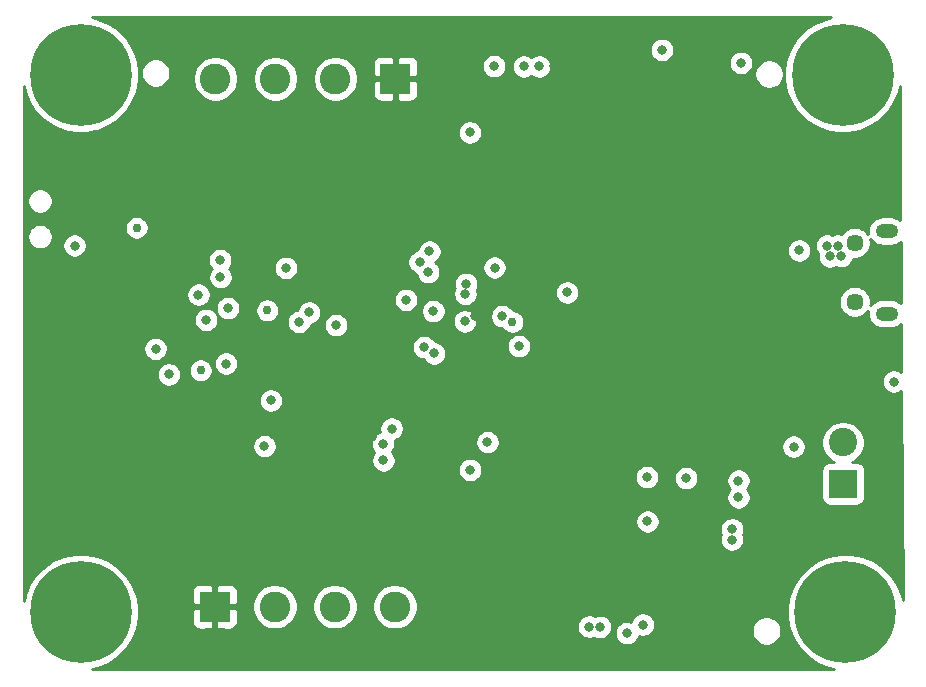
<source format=gbr>
%TF.GenerationSoftware,KiCad,Pcbnew,(5.1.7)-1*%
%TF.CreationDate,2021-01-30T20:15:53-05:00*%
%TF.ProjectId,STM32F4_Eval,53544d33-3246-4345-9f45-76616c2e6b69,rev?*%
%TF.SameCoordinates,Original*%
%TF.FileFunction,Copper,L3,Inr*%
%TF.FilePolarity,Positive*%
%FSLAX46Y46*%
G04 Gerber Fmt 4.6, Leading zero omitted, Abs format (unit mm)*
G04 Created by KiCad (PCBNEW (5.1.7)-1) date 2021-01-30 20:15:53*
%MOMM*%
%LPD*%
G01*
G04 APERTURE LIST*
%TA.AperFunction,ComponentPad*%
%ADD10C,1.450000*%
%TD*%
%TA.AperFunction,ComponentPad*%
%ADD11O,1.900000X1.200000*%
%TD*%
%TA.AperFunction,ComponentPad*%
%ADD12C,8.600000*%
%TD*%
%TA.AperFunction,ComponentPad*%
%ADD13C,0.900000*%
%TD*%
%TA.AperFunction,ComponentPad*%
%ADD14C,2.400000*%
%TD*%
%TA.AperFunction,ComponentPad*%
%ADD15R,2.400000X2.400000*%
%TD*%
%TA.AperFunction,ComponentPad*%
%ADD16R,2.600000X2.600000*%
%TD*%
%TA.AperFunction,ComponentPad*%
%ADD17C,2.600000*%
%TD*%
%TA.AperFunction,ViaPad*%
%ADD18C,0.800000*%
%TD*%
%TA.AperFunction,ViaPad*%
%ADD19C,0.750000*%
%TD*%
%TA.AperFunction,Conductor*%
%ADD20C,0.254000*%
%TD*%
%TA.AperFunction,Conductor*%
%ADD21C,0.100000*%
%TD*%
G04 APERTURE END LIST*
D10*
%TO.N,Net-(J2-Pad6)*%
%TO.C,J2*%
X171787500Y-95000000D03*
X171787500Y-90000000D03*
D11*
X174487500Y-96000000D03*
X174487500Y-89000000D03*
%TD*%
D12*
%TO.N,GND*%
%TO.C,H2*%
X106250000Y-121250000D03*
D13*
X109475000Y-121250000D03*
X108530419Y-123530419D03*
X106250000Y-124475000D03*
X103969581Y-123530419D03*
X103025000Y-121250000D03*
X103969581Y-118969581D03*
X106250000Y-118025000D03*
X108530419Y-118969581D03*
%TD*%
D14*
%TO.N,GND*%
%TO.C,J1*%
X170800000Y-106900000D03*
D15*
%TO.N,+12V*%
X170800000Y-110400000D03*
%TD*%
D13*
%TO.N,GND*%
%TO.C,H3*%
X173280419Y-118969581D03*
X171000000Y-118025000D03*
X168719581Y-118969581D03*
X167775000Y-121250000D03*
X168719581Y-123530419D03*
X171000000Y-124475000D03*
X173280419Y-123530419D03*
X174225000Y-121250000D03*
D12*
X171000000Y-121250000D03*
%TD*%
D13*
%TO.N,GND*%
%TO.C,H1*%
X108530419Y-73469581D03*
X106250000Y-72525000D03*
X103969581Y-73469581D03*
X103025000Y-75750000D03*
X103969581Y-78030419D03*
X106250000Y-78975000D03*
X108530419Y-78030419D03*
X109475000Y-75750000D03*
D12*
X106250000Y-75750000D03*
%TD*%
%TO.N,GND*%
%TO.C,H4*%
X170750000Y-75750000D03*
D13*
X173975000Y-75750000D03*
X173030419Y-78030419D03*
X170750000Y-78975000D03*
X168469581Y-78030419D03*
X167525000Y-75750000D03*
X168469581Y-73469581D03*
X170750000Y-72525000D03*
X173030419Y-73469581D03*
%TD*%
D16*
%TO.N,+3V3*%
%TO.C,J4*%
X132900000Y-76100000D03*
D17*
%TO.N,IMU_I2C_SCL*%
X127820000Y-76100000D03*
%TO.N,IMU_I2C_SDA*%
X122740000Y-76100000D03*
%TO.N,GND*%
X117660000Y-76100000D03*
%TD*%
%TO.N,GND*%
%TO.C,J5*%
X132840000Y-120800000D03*
%TO.N,UART3_RX*%
X127760000Y-120800000D03*
%TO.N,UART3_TX*%
X122680000Y-120800000D03*
D16*
%TO.N,+3V3*%
X117600000Y-120800000D03*
%TD*%
D18*
%TO.N,+3V3*%
X175090000Y-100130000D03*
X105740000Y-85740000D03*
X133920000Y-103530000D03*
X123010000Y-89700000D03*
X127750000Y-89710000D03*
X120800000Y-91370000D03*
X120810000Y-92970000D03*
X124140000Y-107230000D03*
X130930000Y-106440000D03*
X143990000Y-95160000D03*
X139590000Y-96190000D03*
X115250000Y-103300000D03*
X115730000Y-104130000D03*
X151430000Y-115660000D03*
X151430000Y-117180000D03*
X148100000Y-117150000D03*
X148090000Y-115620000D03*
X149120000Y-118410000D03*
X152510000Y-120090000D03*
X152500000Y-118080000D03*
X148640000Y-119160000D03*
X157590000Y-114160000D03*
X157710000Y-115050000D03*
X121770000Y-91410000D03*
D19*
X132550000Y-94020000D03*
D18*
X119800000Y-93990000D03*
X146340000Y-75040000D03*
%TO.N,GND*%
X155450000Y-73650000D03*
X175090000Y-101740000D03*
X133790000Y-94830000D03*
X136100000Y-95770000D03*
X105740000Y-90230000D03*
X118700000Y-95520000D03*
X131840000Y-106990000D03*
X132580000Y-105720000D03*
X131870000Y-108420000D03*
X118060000Y-91460000D03*
X123610000Y-92120000D03*
X118080000Y-92910000D03*
X121800000Y-107210000D03*
X138880000Y-93480000D03*
X138810000Y-94320000D03*
X141940000Y-96200000D03*
X140680000Y-106870000D03*
X118550000Y-100220000D03*
X139210000Y-109210000D03*
X170600000Y-91120000D03*
X170350000Y-90230000D03*
X169670000Y-91140000D03*
X169440000Y-90240000D03*
X150200000Y-122510000D03*
X149290000Y-122500000D03*
X152480000Y-123040000D03*
X153840000Y-122330000D03*
X161940000Y-110120000D03*
X161940000Y-111550000D03*
X166610000Y-107260000D03*
X141260000Y-75040000D03*
X167080000Y-90640000D03*
X113710000Y-101130000D03*
X116860000Y-96510000D03*
X112590000Y-98970000D03*
X116220000Y-94390000D03*
D19*
X116410000Y-100790000D03*
X142800000Y-96700000D03*
D18*
X143770000Y-75060000D03*
X145060000Y-75060000D03*
X161400000Y-114250000D03*
X161370000Y-115120000D03*
X154190000Y-109840000D03*
%TO.N,LED_STATUS*%
X162150000Y-74760000D03*
X122340000Y-103340000D03*
%TO.N,NRST*%
X127875000Y-96975000D03*
X135675000Y-92475000D03*
X139190000Y-80640000D03*
D19*
%TO.N,BOOT0*%
X122030000Y-95710000D03*
X111000000Y-88730000D03*
D18*
%TO.N,BUCK_EN*%
X157500000Y-109920000D03*
X154220000Y-113580000D03*
%TO.N,IMU_INT2*%
X143350000Y-98740000D03*
X147430000Y-94190000D03*
%TO.N,IMU_INT1*%
X136163663Y-99366876D03*
X138770000Y-96640000D03*
%TO.N,IMU_CS*%
X135320000Y-98830000D03*
X141290000Y-92090000D03*
%TO.N,IMU_I2C_SCL*%
X125600000Y-95890000D03*
X135770000Y-90730000D03*
%TO.N,IMU_I2C_SDA*%
X124730000Y-96700000D03*
X134950000Y-91620000D03*
%TD*%
D20*
%TO.N,+3V3*%
X169310514Y-71004650D02*
X168412401Y-71376660D01*
X167604121Y-71916735D01*
X166916735Y-72604121D01*
X166376660Y-73412401D01*
X166004650Y-74310514D01*
X165815000Y-75263945D01*
X165815000Y-76236055D01*
X166004650Y-77189486D01*
X166376660Y-78087599D01*
X166916735Y-78895879D01*
X167604121Y-79583265D01*
X168412401Y-80123340D01*
X169310514Y-80495350D01*
X170263945Y-80685000D01*
X171236055Y-80685000D01*
X172189486Y-80495350D01*
X173087599Y-80123340D01*
X173895879Y-79583265D01*
X174583265Y-78895879D01*
X175123340Y-78087599D01*
X175495350Y-77189486D01*
X175595143Y-76687795D01*
X175657713Y-88075482D01*
X175526949Y-87968167D01*
X175312401Y-87853489D01*
X175079602Y-87782870D01*
X174898165Y-87765000D01*
X174076835Y-87765000D01*
X173895398Y-87782870D01*
X173662599Y-87853489D01*
X173448051Y-87968167D01*
X173259998Y-88122498D01*
X173105667Y-88310551D01*
X172990989Y-88525099D01*
X172920370Y-88757898D01*
X172896525Y-89000000D01*
X172920370Y-89242102D01*
X172923383Y-89252035D01*
X172843881Y-89133051D01*
X172654449Y-88943619D01*
X172431701Y-88794784D01*
X172184197Y-88692264D01*
X171921448Y-88640000D01*
X171653552Y-88640000D01*
X171390803Y-88692264D01*
X171143299Y-88794784D01*
X170920551Y-88943619D01*
X170731119Y-89133051D01*
X170660711Y-89238424D01*
X170651898Y-89234774D01*
X170451939Y-89195000D01*
X170248061Y-89195000D01*
X170048102Y-89234774D01*
X169882929Y-89303191D01*
X169741898Y-89244774D01*
X169541939Y-89205000D01*
X169338061Y-89205000D01*
X169138102Y-89244774D01*
X168949744Y-89322795D01*
X168780226Y-89436063D01*
X168636063Y-89580226D01*
X168522795Y-89749744D01*
X168444774Y-89938102D01*
X168405000Y-90138061D01*
X168405000Y-90341939D01*
X168444774Y-90541898D01*
X168522795Y-90730256D01*
X168636063Y-90899774D01*
X168658119Y-90921830D01*
X168635000Y-91038061D01*
X168635000Y-91241939D01*
X168674774Y-91441898D01*
X168752795Y-91630256D01*
X168866063Y-91799774D01*
X169010226Y-91943937D01*
X169179744Y-92057205D01*
X169368102Y-92135226D01*
X169568061Y-92175000D01*
X169771939Y-92175000D01*
X169971898Y-92135226D01*
X170159142Y-92057666D01*
X170298102Y-92115226D01*
X170498061Y-92155000D01*
X170701939Y-92155000D01*
X170901898Y-92115226D01*
X171090256Y-92037205D01*
X171259774Y-91923937D01*
X171403937Y-91779774D01*
X171517205Y-91610256D01*
X171595226Y-91421898D01*
X171609289Y-91351196D01*
X171653552Y-91360000D01*
X171921448Y-91360000D01*
X172184197Y-91307736D01*
X172431701Y-91205216D01*
X172654449Y-91056381D01*
X172843881Y-90866949D01*
X172992716Y-90644201D01*
X173095236Y-90396697D01*
X173147500Y-90133948D01*
X173147500Y-89866052D01*
X173114516Y-89700232D01*
X173259998Y-89877502D01*
X173448051Y-90031833D01*
X173662599Y-90146511D01*
X173895398Y-90217130D01*
X174076835Y-90235000D01*
X174898165Y-90235000D01*
X175079602Y-90217130D01*
X175312401Y-90146511D01*
X175526949Y-90031833D01*
X175667827Y-89916218D01*
X175696349Y-95107190D01*
X175526949Y-94968167D01*
X175312401Y-94853489D01*
X175079602Y-94782870D01*
X174898165Y-94765000D01*
X174076835Y-94765000D01*
X173895398Y-94782870D01*
X173662599Y-94853489D01*
X173448051Y-94968167D01*
X173259998Y-95122498D01*
X173114516Y-95299768D01*
X173147500Y-95133948D01*
X173147500Y-94866052D01*
X173095236Y-94603303D01*
X172992716Y-94355799D01*
X172843881Y-94133051D01*
X172654449Y-93943619D01*
X172431701Y-93794784D01*
X172184197Y-93692264D01*
X171921448Y-93640000D01*
X171653552Y-93640000D01*
X171390803Y-93692264D01*
X171143299Y-93794784D01*
X170920551Y-93943619D01*
X170731119Y-94133051D01*
X170582284Y-94355799D01*
X170479764Y-94603303D01*
X170427500Y-94866052D01*
X170427500Y-95133948D01*
X170479764Y-95396697D01*
X170582284Y-95644201D01*
X170731119Y-95866949D01*
X170920551Y-96056381D01*
X171143299Y-96205216D01*
X171390803Y-96307736D01*
X171653552Y-96360000D01*
X171921448Y-96360000D01*
X172184197Y-96307736D01*
X172431701Y-96205216D01*
X172654449Y-96056381D01*
X172843881Y-95866949D01*
X172923383Y-95747965D01*
X172920370Y-95757898D01*
X172896525Y-96000000D01*
X172920370Y-96242102D01*
X172990989Y-96474901D01*
X173105667Y-96689449D01*
X173259998Y-96877502D01*
X173448051Y-97031833D01*
X173662599Y-97146511D01*
X173895398Y-97217130D01*
X174076835Y-97235000D01*
X174898165Y-97235000D01*
X175079602Y-97217130D01*
X175312401Y-97146511D01*
X175526949Y-97031833D01*
X175706116Y-96884795D01*
X175728297Y-100921712D01*
X175580256Y-100822795D01*
X175391898Y-100744774D01*
X175191939Y-100705000D01*
X174988061Y-100705000D01*
X174788102Y-100744774D01*
X174599744Y-100822795D01*
X174430226Y-100936063D01*
X174286063Y-101080226D01*
X174172795Y-101249744D01*
X174094774Y-101438102D01*
X174055000Y-101638061D01*
X174055000Y-101841939D01*
X174094774Y-102041898D01*
X174172795Y-102230256D01*
X174286063Y-102399774D01*
X174430226Y-102543937D01*
X174599744Y-102657205D01*
X174788102Y-102735226D01*
X174988061Y-102775000D01*
X175191939Y-102775000D01*
X175391898Y-102735226D01*
X175580256Y-102657205D01*
X175737256Y-102552301D01*
X175834545Y-120258928D01*
X175745350Y-119810514D01*
X175373340Y-118912401D01*
X174833265Y-118104121D01*
X174145879Y-117416735D01*
X173337599Y-116876660D01*
X172439486Y-116504650D01*
X171486055Y-116315000D01*
X170513945Y-116315000D01*
X169560514Y-116504650D01*
X168662401Y-116876660D01*
X167854121Y-117416735D01*
X167166735Y-118104121D01*
X166626660Y-118912401D01*
X166254650Y-119810514D01*
X166065000Y-120763945D01*
X166065000Y-121736055D01*
X166254650Y-122689486D01*
X166626660Y-123587599D01*
X167166735Y-124395879D01*
X167854121Y-125083265D01*
X168662401Y-125623340D01*
X169560514Y-125995350D01*
X170036350Y-126090000D01*
X107213650Y-126090000D01*
X107689486Y-125995350D01*
X108587599Y-125623340D01*
X109395879Y-125083265D01*
X110083265Y-124395879D01*
X110623340Y-123587599D01*
X110995350Y-122689486D01*
X111112606Y-122100000D01*
X115661928Y-122100000D01*
X115674188Y-122224482D01*
X115710498Y-122344180D01*
X115769463Y-122454494D01*
X115848815Y-122551185D01*
X115945506Y-122630537D01*
X116055820Y-122689502D01*
X116175518Y-122725812D01*
X116300000Y-122738072D01*
X117314250Y-122735000D01*
X117473000Y-122576250D01*
X117473000Y-120927000D01*
X117727000Y-120927000D01*
X117727000Y-122576250D01*
X117885750Y-122735000D01*
X118900000Y-122738072D01*
X119024482Y-122725812D01*
X119144180Y-122689502D01*
X119254494Y-122630537D01*
X119351185Y-122551185D01*
X119430537Y-122454494D01*
X119489502Y-122344180D01*
X119525812Y-122224482D01*
X119538072Y-122100000D01*
X119535000Y-121085750D01*
X119376250Y-120927000D01*
X117727000Y-120927000D01*
X117473000Y-120927000D01*
X115823750Y-120927000D01*
X115665000Y-121085750D01*
X115661928Y-122100000D01*
X111112606Y-122100000D01*
X111185000Y-121736055D01*
X111185000Y-120763945D01*
X110995350Y-119810514D01*
X110866732Y-119500000D01*
X115661928Y-119500000D01*
X115665000Y-120514250D01*
X115823750Y-120673000D01*
X117473000Y-120673000D01*
X117473000Y-119023750D01*
X117727000Y-119023750D01*
X117727000Y-120673000D01*
X119376250Y-120673000D01*
X119439831Y-120609419D01*
X120745000Y-120609419D01*
X120745000Y-120990581D01*
X120819361Y-121364419D01*
X120965225Y-121716566D01*
X121176987Y-122033491D01*
X121446509Y-122303013D01*
X121763434Y-122514775D01*
X122115581Y-122660639D01*
X122489419Y-122735000D01*
X122870581Y-122735000D01*
X123244419Y-122660639D01*
X123596566Y-122514775D01*
X123913491Y-122303013D01*
X124183013Y-122033491D01*
X124394775Y-121716566D01*
X124540639Y-121364419D01*
X124615000Y-120990581D01*
X124615000Y-120609419D01*
X125825000Y-120609419D01*
X125825000Y-120990581D01*
X125899361Y-121364419D01*
X126045225Y-121716566D01*
X126256987Y-122033491D01*
X126526509Y-122303013D01*
X126843434Y-122514775D01*
X127195581Y-122660639D01*
X127569419Y-122735000D01*
X127950581Y-122735000D01*
X128324419Y-122660639D01*
X128676566Y-122514775D01*
X128993491Y-122303013D01*
X129263013Y-122033491D01*
X129474775Y-121716566D01*
X129620639Y-121364419D01*
X129695000Y-120990581D01*
X129695000Y-120609419D01*
X130905000Y-120609419D01*
X130905000Y-120990581D01*
X130979361Y-121364419D01*
X131125225Y-121716566D01*
X131336987Y-122033491D01*
X131606509Y-122303013D01*
X131923434Y-122514775D01*
X132275581Y-122660639D01*
X132649419Y-122735000D01*
X133030581Y-122735000D01*
X133404419Y-122660639D01*
X133756566Y-122514775D01*
X133931241Y-122398061D01*
X148255000Y-122398061D01*
X148255000Y-122601939D01*
X148294774Y-122801898D01*
X148372795Y-122990256D01*
X148486063Y-123159774D01*
X148630226Y-123303937D01*
X148799744Y-123417205D01*
X148988102Y-123495226D01*
X149188061Y-123535000D01*
X149391939Y-123535000D01*
X149591898Y-123495226D01*
X149732929Y-123436809D01*
X149898102Y-123505226D01*
X150098061Y-123545000D01*
X150301939Y-123545000D01*
X150501898Y-123505226D01*
X150690256Y-123427205D01*
X150859774Y-123313937D01*
X151003937Y-123169774D01*
X151117205Y-123000256D01*
X151142967Y-122938061D01*
X151445000Y-122938061D01*
X151445000Y-123141939D01*
X151484774Y-123341898D01*
X151562795Y-123530256D01*
X151676063Y-123699774D01*
X151820226Y-123843937D01*
X151989744Y-123957205D01*
X152178102Y-124035226D01*
X152378061Y-124075000D01*
X152581939Y-124075000D01*
X152781898Y-124035226D01*
X152970256Y-123957205D01*
X153139774Y-123843937D01*
X153283937Y-123699774D01*
X153397205Y-123530256D01*
X153475226Y-123341898D01*
X153483076Y-123302433D01*
X153538102Y-123325226D01*
X153738061Y-123365000D01*
X153941939Y-123365000D01*
X154141898Y-123325226D01*
X154330256Y-123247205D01*
X154499774Y-123133937D01*
X154643937Y-122989774D01*
X154757205Y-122820256D01*
X154794221Y-122730890D01*
X163060048Y-122730890D01*
X163060048Y-122977110D01*
X163108083Y-123218598D01*
X163202307Y-123446074D01*
X163339099Y-123650798D01*
X163513202Y-123824901D01*
X163717926Y-123961693D01*
X163945402Y-124055917D01*
X164186890Y-124103952D01*
X164433110Y-124103952D01*
X164674598Y-124055917D01*
X164902074Y-123961693D01*
X165106798Y-123824901D01*
X165280901Y-123650798D01*
X165417693Y-123446074D01*
X165511917Y-123218598D01*
X165559952Y-122977110D01*
X165559952Y-122730890D01*
X165511917Y-122489402D01*
X165417693Y-122261926D01*
X165280901Y-122057202D01*
X165106798Y-121883099D01*
X164902074Y-121746307D01*
X164674598Y-121652083D01*
X164433110Y-121604048D01*
X164186890Y-121604048D01*
X163945402Y-121652083D01*
X163717926Y-121746307D01*
X163513202Y-121883099D01*
X163339099Y-122057202D01*
X163202307Y-122261926D01*
X163108083Y-122489402D01*
X163060048Y-122730890D01*
X154794221Y-122730890D01*
X154835226Y-122631898D01*
X154875000Y-122431939D01*
X154875000Y-122228061D01*
X154835226Y-122028102D01*
X154757205Y-121839744D01*
X154643937Y-121670226D01*
X154499774Y-121526063D01*
X154330256Y-121412795D01*
X154141898Y-121334774D01*
X153941939Y-121295000D01*
X153738061Y-121295000D01*
X153538102Y-121334774D01*
X153349744Y-121412795D01*
X153180226Y-121526063D01*
X153036063Y-121670226D01*
X152922795Y-121839744D01*
X152844774Y-122028102D01*
X152836924Y-122067567D01*
X152781898Y-122044774D01*
X152581939Y-122005000D01*
X152378061Y-122005000D01*
X152178102Y-122044774D01*
X151989744Y-122122795D01*
X151820226Y-122236063D01*
X151676063Y-122380226D01*
X151562795Y-122549744D01*
X151484774Y-122738102D01*
X151445000Y-122938061D01*
X151142967Y-122938061D01*
X151195226Y-122811898D01*
X151235000Y-122611939D01*
X151235000Y-122408061D01*
X151195226Y-122208102D01*
X151117205Y-122019744D01*
X151003937Y-121850226D01*
X150859774Y-121706063D01*
X150690256Y-121592795D01*
X150501898Y-121514774D01*
X150301939Y-121475000D01*
X150098061Y-121475000D01*
X149898102Y-121514774D01*
X149757071Y-121573191D01*
X149591898Y-121504774D01*
X149391939Y-121465000D01*
X149188061Y-121465000D01*
X148988102Y-121504774D01*
X148799744Y-121582795D01*
X148630226Y-121696063D01*
X148486063Y-121840226D01*
X148372795Y-122009744D01*
X148294774Y-122198102D01*
X148255000Y-122398061D01*
X133931241Y-122398061D01*
X134073491Y-122303013D01*
X134343013Y-122033491D01*
X134554775Y-121716566D01*
X134700639Y-121364419D01*
X134775000Y-120990581D01*
X134775000Y-120609419D01*
X134700639Y-120235581D01*
X134554775Y-119883434D01*
X134343013Y-119566509D01*
X134073491Y-119296987D01*
X133756566Y-119085225D01*
X133404419Y-118939361D01*
X133030581Y-118865000D01*
X132649419Y-118865000D01*
X132275581Y-118939361D01*
X131923434Y-119085225D01*
X131606509Y-119296987D01*
X131336987Y-119566509D01*
X131125225Y-119883434D01*
X130979361Y-120235581D01*
X130905000Y-120609419D01*
X129695000Y-120609419D01*
X129620639Y-120235581D01*
X129474775Y-119883434D01*
X129263013Y-119566509D01*
X128993491Y-119296987D01*
X128676566Y-119085225D01*
X128324419Y-118939361D01*
X127950581Y-118865000D01*
X127569419Y-118865000D01*
X127195581Y-118939361D01*
X126843434Y-119085225D01*
X126526509Y-119296987D01*
X126256987Y-119566509D01*
X126045225Y-119883434D01*
X125899361Y-120235581D01*
X125825000Y-120609419D01*
X124615000Y-120609419D01*
X124540639Y-120235581D01*
X124394775Y-119883434D01*
X124183013Y-119566509D01*
X123913491Y-119296987D01*
X123596566Y-119085225D01*
X123244419Y-118939361D01*
X122870581Y-118865000D01*
X122489419Y-118865000D01*
X122115581Y-118939361D01*
X121763434Y-119085225D01*
X121446509Y-119296987D01*
X121176987Y-119566509D01*
X120965225Y-119883434D01*
X120819361Y-120235581D01*
X120745000Y-120609419D01*
X119439831Y-120609419D01*
X119535000Y-120514250D01*
X119538072Y-119500000D01*
X119525812Y-119375518D01*
X119489502Y-119255820D01*
X119430537Y-119145506D01*
X119351185Y-119048815D01*
X119254494Y-118969463D01*
X119144180Y-118910498D01*
X119024482Y-118874188D01*
X118900000Y-118861928D01*
X117885750Y-118865000D01*
X117727000Y-119023750D01*
X117473000Y-119023750D01*
X117314250Y-118865000D01*
X116300000Y-118861928D01*
X116175518Y-118874188D01*
X116055820Y-118910498D01*
X115945506Y-118969463D01*
X115848815Y-119048815D01*
X115769463Y-119145506D01*
X115710498Y-119255820D01*
X115674188Y-119375518D01*
X115661928Y-119500000D01*
X110866732Y-119500000D01*
X110623340Y-118912401D01*
X110083265Y-118104121D01*
X109395879Y-117416735D01*
X108587599Y-116876660D01*
X107689486Y-116504650D01*
X106736055Y-116315000D01*
X105763945Y-116315000D01*
X104810514Y-116504650D01*
X103912401Y-116876660D01*
X103104121Y-117416735D01*
X102416735Y-118104121D01*
X101876660Y-118912401D01*
X101504650Y-119810514D01*
X101410000Y-120286350D01*
X101410000Y-115018061D01*
X160335000Y-115018061D01*
X160335000Y-115221939D01*
X160374774Y-115421898D01*
X160452795Y-115610256D01*
X160566063Y-115779774D01*
X160710226Y-115923937D01*
X160879744Y-116037205D01*
X161068102Y-116115226D01*
X161268061Y-116155000D01*
X161471939Y-116155000D01*
X161671898Y-116115226D01*
X161860256Y-116037205D01*
X162029774Y-115923937D01*
X162173937Y-115779774D01*
X162287205Y-115610256D01*
X162365226Y-115421898D01*
X162405000Y-115221939D01*
X162405000Y-115018061D01*
X162365226Y-114818102D01*
X162325093Y-114721213D01*
X162395226Y-114551898D01*
X162435000Y-114351939D01*
X162435000Y-114148061D01*
X162395226Y-113948102D01*
X162317205Y-113759744D01*
X162203937Y-113590226D01*
X162059774Y-113446063D01*
X161890256Y-113332795D01*
X161701898Y-113254774D01*
X161501939Y-113215000D01*
X161298061Y-113215000D01*
X161098102Y-113254774D01*
X160909744Y-113332795D01*
X160740226Y-113446063D01*
X160596063Y-113590226D01*
X160482795Y-113759744D01*
X160404774Y-113948102D01*
X160365000Y-114148061D01*
X160365000Y-114351939D01*
X160404774Y-114551898D01*
X160444907Y-114648787D01*
X160374774Y-114818102D01*
X160335000Y-115018061D01*
X101410000Y-115018061D01*
X101410000Y-113478061D01*
X153185000Y-113478061D01*
X153185000Y-113681939D01*
X153224774Y-113881898D01*
X153302795Y-114070256D01*
X153416063Y-114239774D01*
X153560226Y-114383937D01*
X153729744Y-114497205D01*
X153918102Y-114575226D01*
X154118061Y-114615000D01*
X154321939Y-114615000D01*
X154521898Y-114575226D01*
X154710256Y-114497205D01*
X154879774Y-114383937D01*
X155023937Y-114239774D01*
X155137205Y-114070256D01*
X155215226Y-113881898D01*
X155255000Y-113681939D01*
X155255000Y-113478061D01*
X155215226Y-113278102D01*
X155137205Y-113089744D01*
X155023937Y-112920226D01*
X154879774Y-112776063D01*
X154710256Y-112662795D01*
X154521898Y-112584774D01*
X154321939Y-112545000D01*
X154118061Y-112545000D01*
X153918102Y-112584774D01*
X153729744Y-112662795D01*
X153560226Y-112776063D01*
X153416063Y-112920226D01*
X153302795Y-113089744D01*
X153224774Y-113278102D01*
X153185000Y-113478061D01*
X101410000Y-113478061D01*
X101410000Y-107108061D01*
X120765000Y-107108061D01*
X120765000Y-107311939D01*
X120804774Y-107511898D01*
X120882795Y-107700256D01*
X120996063Y-107869774D01*
X121140226Y-108013937D01*
X121309744Y-108127205D01*
X121498102Y-108205226D01*
X121698061Y-108245000D01*
X121901939Y-108245000D01*
X122101898Y-108205226D01*
X122290256Y-108127205D01*
X122459774Y-108013937D01*
X122603937Y-107869774D01*
X122717205Y-107700256D01*
X122795226Y-107511898D01*
X122835000Y-107311939D01*
X122835000Y-107108061D01*
X122795226Y-106908102D01*
X122786925Y-106888061D01*
X130805000Y-106888061D01*
X130805000Y-107091939D01*
X130844774Y-107291898D01*
X130922795Y-107480256D01*
X131036063Y-107649774D01*
X131106289Y-107720000D01*
X131066063Y-107760226D01*
X130952795Y-107929744D01*
X130874774Y-108118102D01*
X130835000Y-108318061D01*
X130835000Y-108521939D01*
X130874774Y-108721898D01*
X130952795Y-108910256D01*
X131066063Y-109079774D01*
X131210226Y-109223937D01*
X131379744Y-109337205D01*
X131568102Y-109415226D01*
X131768061Y-109455000D01*
X131971939Y-109455000D01*
X132171898Y-109415226D01*
X132360256Y-109337205D01*
X132529774Y-109223937D01*
X132645650Y-109108061D01*
X138175000Y-109108061D01*
X138175000Y-109311939D01*
X138214774Y-109511898D01*
X138292795Y-109700256D01*
X138406063Y-109869774D01*
X138550226Y-110013937D01*
X138719744Y-110127205D01*
X138908102Y-110205226D01*
X139108061Y-110245000D01*
X139311939Y-110245000D01*
X139511898Y-110205226D01*
X139700256Y-110127205D01*
X139869774Y-110013937D01*
X140013937Y-109869774D01*
X140101944Y-109738061D01*
X153155000Y-109738061D01*
X153155000Y-109941939D01*
X153194774Y-110141898D01*
X153272795Y-110330256D01*
X153386063Y-110499774D01*
X153530226Y-110643937D01*
X153699744Y-110757205D01*
X153888102Y-110835226D01*
X154088061Y-110875000D01*
X154291939Y-110875000D01*
X154491898Y-110835226D01*
X154680256Y-110757205D01*
X154849774Y-110643937D01*
X154993937Y-110499774D01*
X155107205Y-110330256D01*
X155185226Y-110141898D01*
X155225000Y-109941939D01*
X155225000Y-109818061D01*
X156465000Y-109818061D01*
X156465000Y-110021939D01*
X156504774Y-110221898D01*
X156582795Y-110410256D01*
X156696063Y-110579774D01*
X156840226Y-110723937D01*
X157009744Y-110837205D01*
X157198102Y-110915226D01*
X157398061Y-110955000D01*
X157601939Y-110955000D01*
X157801898Y-110915226D01*
X157990256Y-110837205D01*
X158159774Y-110723937D01*
X158303937Y-110579774D01*
X158417205Y-110410256D01*
X158495226Y-110221898D01*
X158535000Y-110021939D01*
X158535000Y-110018061D01*
X160905000Y-110018061D01*
X160905000Y-110221939D01*
X160944774Y-110421898D01*
X161022795Y-110610256D01*
X161136063Y-110779774D01*
X161191289Y-110835000D01*
X161136063Y-110890226D01*
X161022795Y-111059744D01*
X160944774Y-111248102D01*
X160905000Y-111448061D01*
X160905000Y-111651939D01*
X160944774Y-111851898D01*
X161022795Y-112040256D01*
X161136063Y-112209774D01*
X161280226Y-112353937D01*
X161449744Y-112467205D01*
X161638102Y-112545226D01*
X161838061Y-112585000D01*
X162041939Y-112585000D01*
X162241898Y-112545226D01*
X162430256Y-112467205D01*
X162599774Y-112353937D01*
X162743937Y-112209774D01*
X162857205Y-112040256D01*
X162935226Y-111851898D01*
X162975000Y-111651939D01*
X162975000Y-111448061D01*
X162935226Y-111248102D01*
X162857205Y-111059744D01*
X162743937Y-110890226D01*
X162688711Y-110835000D01*
X162743937Y-110779774D01*
X162857205Y-110610256D01*
X162935226Y-110421898D01*
X162975000Y-110221939D01*
X162975000Y-110018061D01*
X162935226Y-109818102D01*
X162857205Y-109629744D01*
X162743937Y-109460226D01*
X162599774Y-109316063D01*
X162430256Y-109202795D01*
X162423509Y-109200000D01*
X168961928Y-109200000D01*
X168961928Y-111600000D01*
X168974188Y-111724482D01*
X169010498Y-111844180D01*
X169069463Y-111954494D01*
X169148815Y-112051185D01*
X169245506Y-112130537D01*
X169355820Y-112189502D01*
X169475518Y-112225812D01*
X169600000Y-112238072D01*
X172000000Y-112238072D01*
X172124482Y-112225812D01*
X172244180Y-112189502D01*
X172354494Y-112130537D01*
X172451185Y-112051185D01*
X172530537Y-111954494D01*
X172589502Y-111844180D01*
X172625812Y-111724482D01*
X172638072Y-111600000D01*
X172638072Y-109200000D01*
X172625812Y-109075518D01*
X172589502Y-108955820D01*
X172530537Y-108845506D01*
X172451185Y-108748815D01*
X172354494Y-108669463D01*
X172244180Y-108610498D01*
X172124482Y-108574188D01*
X172000000Y-108561928D01*
X171582838Y-108561928D01*
X171669199Y-108526156D01*
X171969744Y-108325338D01*
X172225338Y-108069744D01*
X172426156Y-107769199D01*
X172564482Y-107435250D01*
X172635000Y-107080732D01*
X172635000Y-106719268D01*
X172564482Y-106364750D01*
X172426156Y-106030801D01*
X172225338Y-105730256D01*
X171969744Y-105474662D01*
X171669199Y-105273844D01*
X171335250Y-105135518D01*
X170980732Y-105065000D01*
X170619268Y-105065000D01*
X170264750Y-105135518D01*
X169930801Y-105273844D01*
X169630256Y-105474662D01*
X169374662Y-105730256D01*
X169173844Y-106030801D01*
X169035518Y-106364750D01*
X168965000Y-106719268D01*
X168965000Y-107080732D01*
X169035518Y-107435250D01*
X169173844Y-107769199D01*
X169374662Y-108069744D01*
X169630256Y-108325338D01*
X169930801Y-108526156D01*
X170017162Y-108561928D01*
X169600000Y-108561928D01*
X169475518Y-108574188D01*
X169355820Y-108610498D01*
X169245506Y-108669463D01*
X169148815Y-108748815D01*
X169069463Y-108845506D01*
X169010498Y-108955820D01*
X168974188Y-109075518D01*
X168961928Y-109200000D01*
X162423509Y-109200000D01*
X162241898Y-109124774D01*
X162041939Y-109085000D01*
X161838061Y-109085000D01*
X161638102Y-109124774D01*
X161449744Y-109202795D01*
X161280226Y-109316063D01*
X161136063Y-109460226D01*
X161022795Y-109629744D01*
X160944774Y-109818102D01*
X160905000Y-110018061D01*
X158535000Y-110018061D01*
X158535000Y-109818061D01*
X158495226Y-109618102D01*
X158417205Y-109429744D01*
X158303937Y-109260226D01*
X158159774Y-109116063D01*
X157990256Y-109002795D01*
X157801898Y-108924774D01*
X157601939Y-108885000D01*
X157398061Y-108885000D01*
X157198102Y-108924774D01*
X157009744Y-109002795D01*
X156840226Y-109116063D01*
X156696063Y-109260226D01*
X156582795Y-109429744D01*
X156504774Y-109618102D01*
X156465000Y-109818061D01*
X155225000Y-109818061D01*
X155225000Y-109738061D01*
X155185226Y-109538102D01*
X155107205Y-109349744D01*
X154993937Y-109180226D01*
X154849774Y-109036063D01*
X154680256Y-108922795D01*
X154491898Y-108844774D01*
X154291939Y-108805000D01*
X154088061Y-108805000D01*
X153888102Y-108844774D01*
X153699744Y-108922795D01*
X153530226Y-109036063D01*
X153386063Y-109180226D01*
X153272795Y-109349744D01*
X153194774Y-109538102D01*
X153155000Y-109738061D01*
X140101944Y-109738061D01*
X140127205Y-109700256D01*
X140205226Y-109511898D01*
X140245000Y-109311939D01*
X140245000Y-109108061D01*
X140205226Y-108908102D01*
X140127205Y-108719744D01*
X140013937Y-108550226D01*
X139869774Y-108406063D01*
X139700256Y-108292795D01*
X139511898Y-108214774D01*
X139311939Y-108175000D01*
X139108061Y-108175000D01*
X138908102Y-108214774D01*
X138719744Y-108292795D01*
X138550226Y-108406063D01*
X138406063Y-108550226D01*
X138292795Y-108719744D01*
X138214774Y-108908102D01*
X138175000Y-109108061D01*
X132645650Y-109108061D01*
X132673937Y-109079774D01*
X132787205Y-108910256D01*
X132865226Y-108721898D01*
X132905000Y-108521939D01*
X132905000Y-108318061D01*
X132865226Y-108118102D01*
X132787205Y-107929744D01*
X132673937Y-107760226D01*
X132603711Y-107690000D01*
X132643937Y-107649774D01*
X132757205Y-107480256D01*
X132835226Y-107291898D01*
X132875000Y-107091939D01*
X132875000Y-106888061D01*
X132851131Y-106768061D01*
X139645000Y-106768061D01*
X139645000Y-106971939D01*
X139684774Y-107171898D01*
X139762795Y-107360256D01*
X139876063Y-107529774D01*
X140020226Y-107673937D01*
X140189744Y-107787205D01*
X140378102Y-107865226D01*
X140578061Y-107905000D01*
X140781939Y-107905000D01*
X140981898Y-107865226D01*
X141170256Y-107787205D01*
X141339774Y-107673937D01*
X141483937Y-107529774D01*
X141597205Y-107360256D01*
X141675226Y-107171898D01*
X141677978Y-107158061D01*
X165575000Y-107158061D01*
X165575000Y-107361939D01*
X165614774Y-107561898D01*
X165692795Y-107750256D01*
X165806063Y-107919774D01*
X165950226Y-108063937D01*
X166119744Y-108177205D01*
X166308102Y-108255226D01*
X166508061Y-108295000D01*
X166711939Y-108295000D01*
X166911898Y-108255226D01*
X167100256Y-108177205D01*
X167269774Y-108063937D01*
X167413937Y-107919774D01*
X167527205Y-107750256D01*
X167605226Y-107561898D01*
X167645000Y-107361939D01*
X167645000Y-107158061D01*
X167605226Y-106958102D01*
X167527205Y-106769744D01*
X167413937Y-106600226D01*
X167269774Y-106456063D01*
X167100256Y-106342795D01*
X166911898Y-106264774D01*
X166711939Y-106225000D01*
X166508061Y-106225000D01*
X166308102Y-106264774D01*
X166119744Y-106342795D01*
X165950226Y-106456063D01*
X165806063Y-106600226D01*
X165692795Y-106769744D01*
X165614774Y-106958102D01*
X165575000Y-107158061D01*
X141677978Y-107158061D01*
X141715000Y-106971939D01*
X141715000Y-106768061D01*
X141675226Y-106568102D01*
X141597205Y-106379744D01*
X141483937Y-106210226D01*
X141339774Y-106066063D01*
X141170256Y-105952795D01*
X140981898Y-105874774D01*
X140781939Y-105835000D01*
X140578061Y-105835000D01*
X140378102Y-105874774D01*
X140189744Y-105952795D01*
X140020226Y-106066063D01*
X139876063Y-106210226D01*
X139762795Y-106379744D01*
X139684774Y-106568102D01*
X139645000Y-106768061D01*
X132851131Y-106768061D01*
X132842192Y-106723124D01*
X132881898Y-106715226D01*
X133070256Y-106637205D01*
X133239774Y-106523937D01*
X133383937Y-106379774D01*
X133497205Y-106210256D01*
X133575226Y-106021898D01*
X133615000Y-105821939D01*
X133615000Y-105618061D01*
X133575226Y-105418102D01*
X133497205Y-105229744D01*
X133383937Y-105060226D01*
X133239774Y-104916063D01*
X133070256Y-104802795D01*
X132881898Y-104724774D01*
X132681939Y-104685000D01*
X132478061Y-104685000D01*
X132278102Y-104724774D01*
X132089744Y-104802795D01*
X131920226Y-104916063D01*
X131776063Y-105060226D01*
X131662795Y-105229744D01*
X131584774Y-105418102D01*
X131545000Y-105618061D01*
X131545000Y-105821939D01*
X131577808Y-105986876D01*
X131538102Y-105994774D01*
X131349744Y-106072795D01*
X131180226Y-106186063D01*
X131036063Y-106330226D01*
X130922795Y-106499744D01*
X130844774Y-106688102D01*
X130805000Y-106888061D01*
X122786925Y-106888061D01*
X122717205Y-106719744D01*
X122603937Y-106550226D01*
X122459774Y-106406063D01*
X122290256Y-106292795D01*
X122101898Y-106214774D01*
X121901939Y-106175000D01*
X121698061Y-106175000D01*
X121498102Y-106214774D01*
X121309744Y-106292795D01*
X121140226Y-106406063D01*
X120996063Y-106550226D01*
X120882795Y-106719744D01*
X120804774Y-106908102D01*
X120765000Y-107108061D01*
X101410000Y-107108061D01*
X101410000Y-103238061D01*
X121305000Y-103238061D01*
X121305000Y-103441939D01*
X121344774Y-103641898D01*
X121422795Y-103830256D01*
X121536063Y-103999774D01*
X121680226Y-104143937D01*
X121849744Y-104257205D01*
X122038102Y-104335226D01*
X122238061Y-104375000D01*
X122441939Y-104375000D01*
X122641898Y-104335226D01*
X122830256Y-104257205D01*
X122999774Y-104143937D01*
X123143937Y-103999774D01*
X123257205Y-103830256D01*
X123335226Y-103641898D01*
X123375000Y-103441939D01*
X123375000Y-103238061D01*
X123335226Y-103038102D01*
X123257205Y-102849744D01*
X123143937Y-102680226D01*
X122999774Y-102536063D01*
X122830256Y-102422795D01*
X122641898Y-102344774D01*
X122441939Y-102305000D01*
X122238061Y-102305000D01*
X122038102Y-102344774D01*
X121849744Y-102422795D01*
X121680226Y-102536063D01*
X121536063Y-102680226D01*
X121422795Y-102849744D01*
X121344774Y-103038102D01*
X121305000Y-103238061D01*
X101410000Y-103238061D01*
X101410000Y-101028061D01*
X112675000Y-101028061D01*
X112675000Y-101231939D01*
X112714774Y-101431898D01*
X112792795Y-101620256D01*
X112906063Y-101789774D01*
X113050226Y-101933937D01*
X113219744Y-102047205D01*
X113408102Y-102125226D01*
X113608061Y-102165000D01*
X113811939Y-102165000D01*
X114011898Y-102125226D01*
X114200256Y-102047205D01*
X114369774Y-101933937D01*
X114513937Y-101789774D01*
X114627205Y-101620256D01*
X114705226Y-101431898D01*
X114745000Y-101231939D01*
X114745000Y-101028061D01*
X114705226Y-100828102D01*
X114648239Y-100690524D01*
X115400000Y-100690524D01*
X115400000Y-100889476D01*
X115438814Y-101084606D01*
X115514950Y-101268414D01*
X115625482Y-101433837D01*
X115766163Y-101574518D01*
X115931586Y-101685050D01*
X116115394Y-101761186D01*
X116310524Y-101800000D01*
X116509476Y-101800000D01*
X116704606Y-101761186D01*
X116888414Y-101685050D01*
X117053837Y-101574518D01*
X117194518Y-101433837D01*
X117305050Y-101268414D01*
X117381186Y-101084606D01*
X117420000Y-100889476D01*
X117420000Y-100690524D01*
X117381186Y-100495394D01*
X117305050Y-100311586D01*
X117194518Y-100146163D01*
X117166416Y-100118061D01*
X117515000Y-100118061D01*
X117515000Y-100321939D01*
X117554774Y-100521898D01*
X117632795Y-100710256D01*
X117746063Y-100879774D01*
X117890226Y-101023937D01*
X118059744Y-101137205D01*
X118248102Y-101215226D01*
X118448061Y-101255000D01*
X118651939Y-101255000D01*
X118851898Y-101215226D01*
X119040256Y-101137205D01*
X119209774Y-101023937D01*
X119353937Y-100879774D01*
X119467205Y-100710256D01*
X119545226Y-100521898D01*
X119585000Y-100321939D01*
X119585000Y-100118061D01*
X119545226Y-99918102D01*
X119467205Y-99729744D01*
X119353937Y-99560226D01*
X119209774Y-99416063D01*
X119040256Y-99302795D01*
X118851898Y-99224774D01*
X118651939Y-99185000D01*
X118448061Y-99185000D01*
X118248102Y-99224774D01*
X118059744Y-99302795D01*
X117890226Y-99416063D01*
X117746063Y-99560226D01*
X117632795Y-99729744D01*
X117554774Y-99918102D01*
X117515000Y-100118061D01*
X117166416Y-100118061D01*
X117053837Y-100005482D01*
X116888414Y-99894950D01*
X116704606Y-99818814D01*
X116509476Y-99780000D01*
X116310524Y-99780000D01*
X116115394Y-99818814D01*
X115931586Y-99894950D01*
X115766163Y-100005482D01*
X115625482Y-100146163D01*
X115514950Y-100311586D01*
X115438814Y-100495394D01*
X115400000Y-100690524D01*
X114648239Y-100690524D01*
X114627205Y-100639744D01*
X114513937Y-100470226D01*
X114369774Y-100326063D01*
X114200256Y-100212795D01*
X114011898Y-100134774D01*
X113811939Y-100095000D01*
X113608061Y-100095000D01*
X113408102Y-100134774D01*
X113219744Y-100212795D01*
X113050226Y-100326063D01*
X112906063Y-100470226D01*
X112792795Y-100639744D01*
X112714774Y-100828102D01*
X112675000Y-101028061D01*
X101410000Y-101028061D01*
X101410000Y-98868061D01*
X111555000Y-98868061D01*
X111555000Y-99071939D01*
X111594774Y-99271898D01*
X111672795Y-99460256D01*
X111786063Y-99629774D01*
X111930226Y-99773937D01*
X112099744Y-99887205D01*
X112288102Y-99965226D01*
X112488061Y-100005000D01*
X112691939Y-100005000D01*
X112891898Y-99965226D01*
X113080256Y-99887205D01*
X113249774Y-99773937D01*
X113393937Y-99629774D01*
X113507205Y-99460256D01*
X113585226Y-99271898D01*
X113625000Y-99071939D01*
X113625000Y-98868061D01*
X113597153Y-98728061D01*
X134285000Y-98728061D01*
X134285000Y-98931939D01*
X134324774Y-99131898D01*
X134402795Y-99320256D01*
X134516063Y-99489774D01*
X134660226Y-99633937D01*
X134829744Y-99747205D01*
X135018102Y-99825226D01*
X135218061Y-99865000D01*
X135251715Y-99865000D01*
X135359726Y-100026650D01*
X135503889Y-100170813D01*
X135673407Y-100284081D01*
X135861765Y-100362102D01*
X136061724Y-100401876D01*
X136265602Y-100401876D01*
X136465561Y-100362102D01*
X136653919Y-100284081D01*
X136823437Y-100170813D01*
X136967600Y-100026650D01*
X137080868Y-99857132D01*
X137158889Y-99668774D01*
X137198663Y-99468815D01*
X137198663Y-99264937D01*
X137158889Y-99064978D01*
X137080868Y-98876620D01*
X136967600Y-98707102D01*
X136898559Y-98638061D01*
X142315000Y-98638061D01*
X142315000Y-98841939D01*
X142354774Y-99041898D01*
X142432795Y-99230256D01*
X142546063Y-99399774D01*
X142690226Y-99543937D01*
X142859744Y-99657205D01*
X143048102Y-99735226D01*
X143248061Y-99775000D01*
X143451939Y-99775000D01*
X143651898Y-99735226D01*
X143840256Y-99657205D01*
X144009774Y-99543937D01*
X144153937Y-99399774D01*
X144267205Y-99230256D01*
X144345226Y-99041898D01*
X144385000Y-98841939D01*
X144385000Y-98638061D01*
X144345226Y-98438102D01*
X144267205Y-98249744D01*
X144153937Y-98080226D01*
X144009774Y-97936063D01*
X143840256Y-97822795D01*
X143651898Y-97744774D01*
X143451939Y-97705000D01*
X143248061Y-97705000D01*
X143048102Y-97744774D01*
X142859744Y-97822795D01*
X142690226Y-97936063D01*
X142546063Y-98080226D01*
X142432795Y-98249744D01*
X142354774Y-98438102D01*
X142315000Y-98638061D01*
X136898559Y-98638061D01*
X136823437Y-98562939D01*
X136653919Y-98449671D01*
X136465561Y-98371650D01*
X136265602Y-98331876D01*
X136231948Y-98331876D01*
X136123937Y-98170226D01*
X135979774Y-98026063D01*
X135810256Y-97912795D01*
X135621898Y-97834774D01*
X135421939Y-97795000D01*
X135218061Y-97795000D01*
X135018102Y-97834774D01*
X134829744Y-97912795D01*
X134660226Y-98026063D01*
X134516063Y-98170226D01*
X134402795Y-98339744D01*
X134324774Y-98528102D01*
X134285000Y-98728061D01*
X113597153Y-98728061D01*
X113585226Y-98668102D01*
X113507205Y-98479744D01*
X113393937Y-98310226D01*
X113249774Y-98166063D01*
X113080256Y-98052795D01*
X112891898Y-97974774D01*
X112691939Y-97935000D01*
X112488061Y-97935000D01*
X112288102Y-97974774D01*
X112099744Y-98052795D01*
X111930226Y-98166063D01*
X111786063Y-98310226D01*
X111672795Y-98479744D01*
X111594774Y-98668102D01*
X111555000Y-98868061D01*
X101410000Y-98868061D01*
X101410000Y-96408061D01*
X115825000Y-96408061D01*
X115825000Y-96611939D01*
X115864774Y-96811898D01*
X115942795Y-97000256D01*
X116056063Y-97169774D01*
X116200226Y-97313937D01*
X116369744Y-97427205D01*
X116558102Y-97505226D01*
X116758061Y-97545000D01*
X116961939Y-97545000D01*
X117161898Y-97505226D01*
X117350256Y-97427205D01*
X117519774Y-97313937D01*
X117663937Y-97169774D01*
X117777205Y-97000256D01*
X117855226Y-96811898D01*
X117895000Y-96611939D01*
X117895000Y-96408061D01*
X117855226Y-96208102D01*
X117777205Y-96019744D01*
X117663937Y-95850226D01*
X117519774Y-95706063D01*
X117350256Y-95592795D01*
X117161898Y-95514774D01*
X116961939Y-95475000D01*
X116758061Y-95475000D01*
X116558102Y-95514774D01*
X116369744Y-95592795D01*
X116200226Y-95706063D01*
X116056063Y-95850226D01*
X115942795Y-96019744D01*
X115864774Y-96208102D01*
X115825000Y-96408061D01*
X101410000Y-96408061D01*
X101410000Y-94288061D01*
X115185000Y-94288061D01*
X115185000Y-94491939D01*
X115224774Y-94691898D01*
X115302795Y-94880256D01*
X115416063Y-95049774D01*
X115560226Y-95193937D01*
X115729744Y-95307205D01*
X115918102Y-95385226D01*
X116118061Y-95425000D01*
X116321939Y-95425000D01*
X116356823Y-95418061D01*
X117665000Y-95418061D01*
X117665000Y-95621939D01*
X117704774Y-95821898D01*
X117782795Y-96010256D01*
X117896063Y-96179774D01*
X118040226Y-96323937D01*
X118209744Y-96437205D01*
X118398102Y-96515226D01*
X118598061Y-96555000D01*
X118801939Y-96555000D01*
X119001898Y-96515226D01*
X119190256Y-96437205D01*
X119359774Y-96323937D01*
X119503937Y-96179774D01*
X119617205Y-96010256D01*
X119695226Y-95821898D01*
X119735000Y-95621939D01*
X119735000Y-95610524D01*
X121020000Y-95610524D01*
X121020000Y-95809476D01*
X121058814Y-96004606D01*
X121134950Y-96188414D01*
X121245482Y-96353837D01*
X121386163Y-96494518D01*
X121551586Y-96605050D01*
X121735394Y-96681186D01*
X121930524Y-96720000D01*
X122129476Y-96720000D01*
X122324606Y-96681186D01*
X122508414Y-96605050D01*
X122518873Y-96598061D01*
X123695000Y-96598061D01*
X123695000Y-96801939D01*
X123734774Y-97001898D01*
X123812795Y-97190256D01*
X123926063Y-97359774D01*
X124070226Y-97503937D01*
X124239744Y-97617205D01*
X124428102Y-97695226D01*
X124628061Y-97735000D01*
X124831939Y-97735000D01*
X125031898Y-97695226D01*
X125220256Y-97617205D01*
X125389774Y-97503937D01*
X125533937Y-97359774D01*
X125647205Y-97190256D01*
X125725226Y-97001898D01*
X125742111Y-96917009D01*
X125901898Y-96885226D01*
X125931266Y-96873061D01*
X126840000Y-96873061D01*
X126840000Y-97076939D01*
X126879774Y-97276898D01*
X126957795Y-97465256D01*
X127071063Y-97634774D01*
X127215226Y-97778937D01*
X127384744Y-97892205D01*
X127573102Y-97970226D01*
X127773061Y-98010000D01*
X127976939Y-98010000D01*
X128176898Y-97970226D01*
X128365256Y-97892205D01*
X128534774Y-97778937D01*
X128678937Y-97634774D01*
X128792205Y-97465256D01*
X128870226Y-97276898D01*
X128910000Y-97076939D01*
X128910000Y-96873061D01*
X128870226Y-96673102D01*
X128792205Y-96484744D01*
X128678937Y-96315226D01*
X128534774Y-96171063D01*
X128365256Y-96057795D01*
X128176898Y-95979774D01*
X127976939Y-95940000D01*
X127773061Y-95940000D01*
X127573102Y-95979774D01*
X127384744Y-96057795D01*
X127215226Y-96171063D01*
X127071063Y-96315226D01*
X126957795Y-96484744D01*
X126879774Y-96673102D01*
X126840000Y-96873061D01*
X125931266Y-96873061D01*
X126090256Y-96807205D01*
X126259774Y-96693937D01*
X126403937Y-96549774D01*
X126517205Y-96380256D01*
X126595226Y-96191898D01*
X126635000Y-95991939D01*
X126635000Y-95788061D01*
X126595226Y-95588102D01*
X126517205Y-95399744D01*
X126403937Y-95230226D01*
X126259774Y-95086063D01*
X126090256Y-94972795D01*
X125901898Y-94894774D01*
X125701939Y-94855000D01*
X125498061Y-94855000D01*
X125298102Y-94894774D01*
X125109744Y-94972795D01*
X124940226Y-95086063D01*
X124796063Y-95230226D01*
X124682795Y-95399744D01*
X124604774Y-95588102D01*
X124587889Y-95672991D01*
X124428102Y-95704774D01*
X124239744Y-95782795D01*
X124070226Y-95896063D01*
X123926063Y-96040226D01*
X123812795Y-96209744D01*
X123734774Y-96398102D01*
X123695000Y-96598061D01*
X122518873Y-96598061D01*
X122673837Y-96494518D01*
X122814518Y-96353837D01*
X122925050Y-96188414D01*
X123001186Y-96004606D01*
X123040000Y-95809476D01*
X123040000Y-95610524D01*
X123001186Y-95415394D01*
X122925050Y-95231586D01*
X122814518Y-95066163D01*
X122673837Y-94925482D01*
X122508414Y-94814950D01*
X122324606Y-94738814D01*
X122270548Y-94728061D01*
X132755000Y-94728061D01*
X132755000Y-94931939D01*
X132794774Y-95131898D01*
X132872795Y-95320256D01*
X132986063Y-95489774D01*
X133130226Y-95633937D01*
X133299744Y-95747205D01*
X133488102Y-95825226D01*
X133688061Y-95865000D01*
X133891939Y-95865000D01*
X134091898Y-95825226D01*
X134280256Y-95747205D01*
X134398703Y-95668061D01*
X135065000Y-95668061D01*
X135065000Y-95871939D01*
X135104774Y-96071898D01*
X135182795Y-96260256D01*
X135296063Y-96429774D01*
X135440226Y-96573937D01*
X135609744Y-96687205D01*
X135798102Y-96765226D01*
X135998061Y-96805000D01*
X136201939Y-96805000D01*
X136401898Y-96765226D01*
X136590256Y-96687205D01*
X136759774Y-96573937D01*
X136795650Y-96538061D01*
X137735000Y-96538061D01*
X137735000Y-96741939D01*
X137774774Y-96941898D01*
X137852795Y-97130256D01*
X137966063Y-97299774D01*
X138110226Y-97443937D01*
X138279744Y-97557205D01*
X138468102Y-97635226D01*
X138668061Y-97675000D01*
X138871939Y-97675000D01*
X139071898Y-97635226D01*
X139260256Y-97557205D01*
X139429774Y-97443937D01*
X139573937Y-97299774D01*
X139687205Y-97130256D01*
X139765226Y-96941898D01*
X139805000Y-96741939D01*
X139805000Y-96538061D01*
X139765226Y-96338102D01*
X139687205Y-96149744D01*
X139652672Y-96098061D01*
X140905000Y-96098061D01*
X140905000Y-96301939D01*
X140944774Y-96501898D01*
X141022795Y-96690256D01*
X141136063Y-96859774D01*
X141280226Y-97003937D01*
X141449744Y-97117205D01*
X141638102Y-97195226D01*
X141838061Y-97235000D01*
X141942760Y-97235000D01*
X142015482Y-97343837D01*
X142156163Y-97484518D01*
X142321586Y-97595050D01*
X142505394Y-97671186D01*
X142700524Y-97710000D01*
X142899476Y-97710000D01*
X143094606Y-97671186D01*
X143278414Y-97595050D01*
X143443837Y-97484518D01*
X143584518Y-97343837D01*
X143695050Y-97178414D01*
X143771186Y-96994606D01*
X143810000Y-96799476D01*
X143810000Y-96600524D01*
X143771186Y-96405394D01*
X143695050Y-96221586D01*
X143584518Y-96056163D01*
X143443837Y-95915482D01*
X143278414Y-95804950D01*
X143094606Y-95728814D01*
X142899476Y-95690000D01*
X142844013Y-95690000D01*
X142743937Y-95540226D01*
X142599774Y-95396063D01*
X142430256Y-95282795D01*
X142241898Y-95204774D01*
X142041939Y-95165000D01*
X141838061Y-95165000D01*
X141638102Y-95204774D01*
X141449744Y-95282795D01*
X141280226Y-95396063D01*
X141136063Y-95540226D01*
X141022795Y-95709744D01*
X140944774Y-95898102D01*
X140905000Y-96098061D01*
X139652672Y-96098061D01*
X139573937Y-95980226D01*
X139429774Y-95836063D01*
X139260256Y-95722795D01*
X139071898Y-95644774D01*
X138871939Y-95605000D01*
X138668061Y-95605000D01*
X138468102Y-95644774D01*
X138279744Y-95722795D01*
X138110226Y-95836063D01*
X137966063Y-95980226D01*
X137852795Y-96149744D01*
X137774774Y-96338102D01*
X137735000Y-96538061D01*
X136795650Y-96538061D01*
X136903937Y-96429774D01*
X137017205Y-96260256D01*
X137095226Y-96071898D01*
X137135000Y-95871939D01*
X137135000Y-95668061D01*
X137095226Y-95468102D01*
X137017205Y-95279744D01*
X136903937Y-95110226D01*
X136759774Y-94966063D01*
X136590256Y-94852795D01*
X136401898Y-94774774D01*
X136201939Y-94735000D01*
X135998061Y-94735000D01*
X135798102Y-94774774D01*
X135609744Y-94852795D01*
X135440226Y-94966063D01*
X135296063Y-95110226D01*
X135182795Y-95279744D01*
X135104774Y-95468102D01*
X135065000Y-95668061D01*
X134398703Y-95668061D01*
X134449774Y-95633937D01*
X134593937Y-95489774D01*
X134707205Y-95320256D01*
X134785226Y-95131898D01*
X134825000Y-94931939D01*
X134825000Y-94728061D01*
X134785226Y-94528102D01*
X134707205Y-94339744D01*
X134625900Y-94218061D01*
X137775000Y-94218061D01*
X137775000Y-94421939D01*
X137814774Y-94621898D01*
X137892795Y-94810256D01*
X138006063Y-94979774D01*
X138150226Y-95123937D01*
X138319744Y-95237205D01*
X138508102Y-95315226D01*
X138708061Y-95355000D01*
X138911939Y-95355000D01*
X139111898Y-95315226D01*
X139300256Y-95237205D01*
X139469774Y-95123937D01*
X139613937Y-94979774D01*
X139727205Y-94810256D01*
X139805226Y-94621898D01*
X139845000Y-94421939D01*
X139845000Y-94218061D01*
X139819142Y-94088061D01*
X146395000Y-94088061D01*
X146395000Y-94291939D01*
X146434774Y-94491898D01*
X146512795Y-94680256D01*
X146626063Y-94849774D01*
X146770226Y-94993937D01*
X146939744Y-95107205D01*
X147128102Y-95185226D01*
X147328061Y-95225000D01*
X147531939Y-95225000D01*
X147731898Y-95185226D01*
X147920256Y-95107205D01*
X148089774Y-94993937D01*
X148233937Y-94849774D01*
X148347205Y-94680256D01*
X148425226Y-94491898D01*
X148465000Y-94291939D01*
X148465000Y-94088061D01*
X148425226Y-93888102D01*
X148347205Y-93699744D01*
X148233937Y-93530226D01*
X148089774Y-93386063D01*
X147920256Y-93272795D01*
X147731898Y-93194774D01*
X147531939Y-93155000D01*
X147328061Y-93155000D01*
X147128102Y-93194774D01*
X146939744Y-93272795D01*
X146770226Y-93386063D01*
X146626063Y-93530226D01*
X146512795Y-93699744D01*
X146434774Y-93888102D01*
X146395000Y-94088061D01*
X139819142Y-94088061D01*
X139805226Y-94018102D01*
X139789922Y-93981156D01*
X139797205Y-93970256D01*
X139875226Y-93781898D01*
X139915000Y-93581939D01*
X139915000Y-93378061D01*
X139875226Y-93178102D01*
X139797205Y-92989744D01*
X139683937Y-92820226D01*
X139539774Y-92676063D01*
X139370256Y-92562795D01*
X139181898Y-92484774D01*
X138981939Y-92445000D01*
X138778061Y-92445000D01*
X138578102Y-92484774D01*
X138389744Y-92562795D01*
X138220226Y-92676063D01*
X138076063Y-92820226D01*
X137962795Y-92989744D01*
X137884774Y-93178102D01*
X137845000Y-93378061D01*
X137845000Y-93581939D01*
X137884774Y-93781898D01*
X137900078Y-93818844D01*
X137892795Y-93829744D01*
X137814774Y-94018102D01*
X137775000Y-94218061D01*
X134625900Y-94218061D01*
X134593937Y-94170226D01*
X134449774Y-94026063D01*
X134280256Y-93912795D01*
X134091898Y-93834774D01*
X133891939Y-93795000D01*
X133688061Y-93795000D01*
X133488102Y-93834774D01*
X133299744Y-93912795D01*
X133130226Y-94026063D01*
X132986063Y-94170226D01*
X132872795Y-94339744D01*
X132794774Y-94528102D01*
X132755000Y-94728061D01*
X122270548Y-94728061D01*
X122129476Y-94700000D01*
X121930524Y-94700000D01*
X121735394Y-94738814D01*
X121551586Y-94814950D01*
X121386163Y-94925482D01*
X121245482Y-95066163D01*
X121134950Y-95231586D01*
X121058814Y-95415394D01*
X121020000Y-95610524D01*
X119735000Y-95610524D01*
X119735000Y-95418061D01*
X119695226Y-95218102D01*
X119617205Y-95029744D01*
X119503937Y-94860226D01*
X119359774Y-94716063D01*
X119190256Y-94602795D01*
X119001898Y-94524774D01*
X118801939Y-94485000D01*
X118598061Y-94485000D01*
X118398102Y-94524774D01*
X118209744Y-94602795D01*
X118040226Y-94716063D01*
X117896063Y-94860226D01*
X117782795Y-95029744D01*
X117704774Y-95218102D01*
X117665000Y-95418061D01*
X116356823Y-95418061D01*
X116521898Y-95385226D01*
X116710256Y-95307205D01*
X116879774Y-95193937D01*
X117023937Y-95049774D01*
X117137205Y-94880256D01*
X117215226Y-94691898D01*
X117255000Y-94491939D01*
X117255000Y-94288061D01*
X117215226Y-94088102D01*
X117137205Y-93899744D01*
X117023937Y-93730226D01*
X116879774Y-93586063D01*
X116710256Y-93472795D01*
X116521898Y-93394774D01*
X116321939Y-93355000D01*
X116118061Y-93355000D01*
X115918102Y-93394774D01*
X115729744Y-93472795D01*
X115560226Y-93586063D01*
X115416063Y-93730226D01*
X115302795Y-93899744D01*
X115224774Y-94088102D01*
X115185000Y-94288061D01*
X101410000Y-94288061D01*
X101410000Y-91358061D01*
X117025000Y-91358061D01*
X117025000Y-91561939D01*
X117064774Y-91761898D01*
X117142795Y-91950256D01*
X117256063Y-92119774D01*
X117331289Y-92195000D01*
X117276063Y-92250226D01*
X117162795Y-92419744D01*
X117084774Y-92608102D01*
X117045000Y-92808061D01*
X117045000Y-93011939D01*
X117084774Y-93211898D01*
X117162795Y-93400256D01*
X117276063Y-93569774D01*
X117420226Y-93713937D01*
X117589744Y-93827205D01*
X117778102Y-93905226D01*
X117978061Y-93945000D01*
X118181939Y-93945000D01*
X118381898Y-93905226D01*
X118570256Y-93827205D01*
X118739774Y-93713937D01*
X118883937Y-93569774D01*
X118997205Y-93400256D01*
X119075226Y-93211898D01*
X119115000Y-93011939D01*
X119115000Y-92808061D01*
X119075226Y-92608102D01*
X118997205Y-92419744D01*
X118883937Y-92250226D01*
X118808711Y-92175000D01*
X118863937Y-92119774D01*
X118931899Y-92018061D01*
X122575000Y-92018061D01*
X122575000Y-92221939D01*
X122614774Y-92421898D01*
X122692795Y-92610256D01*
X122806063Y-92779774D01*
X122950226Y-92923937D01*
X123119744Y-93037205D01*
X123308102Y-93115226D01*
X123508061Y-93155000D01*
X123711939Y-93155000D01*
X123911898Y-93115226D01*
X124100256Y-93037205D01*
X124269774Y-92923937D01*
X124413937Y-92779774D01*
X124527205Y-92610256D01*
X124605226Y-92421898D01*
X124645000Y-92221939D01*
X124645000Y-92018061D01*
X124605226Y-91818102D01*
X124527205Y-91629744D01*
X124452582Y-91518061D01*
X133915000Y-91518061D01*
X133915000Y-91721939D01*
X133954774Y-91921898D01*
X134032795Y-92110256D01*
X134146063Y-92279774D01*
X134290226Y-92423937D01*
X134459744Y-92537205D01*
X134647572Y-92615006D01*
X134679774Y-92776898D01*
X134757795Y-92965256D01*
X134871063Y-93134774D01*
X135015226Y-93278937D01*
X135184744Y-93392205D01*
X135373102Y-93470226D01*
X135573061Y-93510000D01*
X135776939Y-93510000D01*
X135976898Y-93470226D01*
X136165256Y-93392205D01*
X136334774Y-93278937D01*
X136478937Y-93134774D01*
X136592205Y-92965256D01*
X136670226Y-92776898D01*
X136710000Y-92576939D01*
X136710000Y-92373061D01*
X136670226Y-92173102D01*
X136593579Y-91988061D01*
X140255000Y-91988061D01*
X140255000Y-92191939D01*
X140294774Y-92391898D01*
X140372795Y-92580256D01*
X140486063Y-92749774D01*
X140630226Y-92893937D01*
X140799744Y-93007205D01*
X140988102Y-93085226D01*
X141188061Y-93125000D01*
X141391939Y-93125000D01*
X141591898Y-93085226D01*
X141780256Y-93007205D01*
X141949774Y-92893937D01*
X142093937Y-92749774D01*
X142207205Y-92580256D01*
X142285226Y-92391898D01*
X142325000Y-92191939D01*
X142325000Y-91988061D01*
X142285226Y-91788102D01*
X142207205Y-91599744D01*
X142093937Y-91430226D01*
X141949774Y-91286063D01*
X141780256Y-91172795D01*
X141591898Y-91094774D01*
X141391939Y-91055000D01*
X141188061Y-91055000D01*
X140988102Y-91094774D01*
X140799744Y-91172795D01*
X140630226Y-91286063D01*
X140486063Y-91430226D01*
X140372795Y-91599744D01*
X140294774Y-91788102D01*
X140255000Y-91988061D01*
X136593579Y-91988061D01*
X136592205Y-91984744D01*
X136478937Y-91815226D01*
X136334774Y-91671063D01*
X136279662Y-91634238D01*
X136429774Y-91533937D01*
X136573937Y-91389774D01*
X136687205Y-91220256D01*
X136765226Y-91031898D01*
X136805000Y-90831939D01*
X136805000Y-90628061D01*
X136787099Y-90538061D01*
X166045000Y-90538061D01*
X166045000Y-90741939D01*
X166084774Y-90941898D01*
X166162795Y-91130256D01*
X166276063Y-91299774D01*
X166420226Y-91443937D01*
X166589744Y-91557205D01*
X166778102Y-91635226D01*
X166978061Y-91675000D01*
X167181939Y-91675000D01*
X167381898Y-91635226D01*
X167570256Y-91557205D01*
X167739774Y-91443937D01*
X167883937Y-91299774D01*
X167997205Y-91130256D01*
X168075226Y-90941898D01*
X168115000Y-90741939D01*
X168115000Y-90538061D01*
X168075226Y-90338102D01*
X167997205Y-90149744D01*
X167883937Y-89980226D01*
X167739774Y-89836063D01*
X167570256Y-89722795D01*
X167381898Y-89644774D01*
X167181939Y-89605000D01*
X166978061Y-89605000D01*
X166778102Y-89644774D01*
X166589744Y-89722795D01*
X166420226Y-89836063D01*
X166276063Y-89980226D01*
X166162795Y-90149744D01*
X166084774Y-90338102D01*
X166045000Y-90538061D01*
X136787099Y-90538061D01*
X136765226Y-90428102D01*
X136687205Y-90239744D01*
X136573937Y-90070226D01*
X136429774Y-89926063D01*
X136260256Y-89812795D01*
X136071898Y-89734774D01*
X135871939Y-89695000D01*
X135668061Y-89695000D01*
X135468102Y-89734774D01*
X135279744Y-89812795D01*
X135110226Y-89926063D01*
X134966063Y-90070226D01*
X134852795Y-90239744D01*
X134774774Y-90428102D01*
X134739261Y-90606642D01*
X134648102Y-90624774D01*
X134459744Y-90702795D01*
X134290226Y-90816063D01*
X134146063Y-90960226D01*
X134032795Y-91129744D01*
X133954774Y-91318102D01*
X133915000Y-91518061D01*
X124452582Y-91518061D01*
X124413937Y-91460226D01*
X124269774Y-91316063D01*
X124100256Y-91202795D01*
X123911898Y-91124774D01*
X123711939Y-91085000D01*
X123508061Y-91085000D01*
X123308102Y-91124774D01*
X123119744Y-91202795D01*
X122950226Y-91316063D01*
X122806063Y-91460226D01*
X122692795Y-91629744D01*
X122614774Y-91818102D01*
X122575000Y-92018061D01*
X118931899Y-92018061D01*
X118977205Y-91950256D01*
X119055226Y-91761898D01*
X119095000Y-91561939D01*
X119095000Y-91358061D01*
X119055226Y-91158102D01*
X118977205Y-90969744D01*
X118863937Y-90800226D01*
X118719774Y-90656063D01*
X118550256Y-90542795D01*
X118361898Y-90464774D01*
X118161939Y-90425000D01*
X117958061Y-90425000D01*
X117758102Y-90464774D01*
X117569744Y-90542795D01*
X117400226Y-90656063D01*
X117256063Y-90800226D01*
X117142795Y-90969744D01*
X117064774Y-91158102D01*
X117025000Y-91358061D01*
X101410000Y-91358061D01*
X101410000Y-89363137D01*
X101715000Y-89363137D01*
X101715000Y-89576863D01*
X101756696Y-89786483D01*
X101838485Y-89983940D01*
X101957225Y-90161647D01*
X102108353Y-90312775D01*
X102286060Y-90431515D01*
X102483517Y-90513304D01*
X102693137Y-90555000D01*
X102906863Y-90555000D01*
X103116483Y-90513304D01*
X103313940Y-90431515D01*
X103491647Y-90312775D01*
X103642775Y-90161647D01*
X103665216Y-90128061D01*
X104705000Y-90128061D01*
X104705000Y-90331939D01*
X104744774Y-90531898D01*
X104822795Y-90720256D01*
X104936063Y-90889774D01*
X105080226Y-91033937D01*
X105249744Y-91147205D01*
X105438102Y-91225226D01*
X105638061Y-91265000D01*
X105841939Y-91265000D01*
X106041898Y-91225226D01*
X106230256Y-91147205D01*
X106399774Y-91033937D01*
X106543937Y-90889774D01*
X106657205Y-90720256D01*
X106735226Y-90531898D01*
X106775000Y-90331939D01*
X106775000Y-90128061D01*
X106735226Y-89928102D01*
X106657205Y-89739744D01*
X106543937Y-89570226D01*
X106399774Y-89426063D01*
X106230256Y-89312795D01*
X106041898Y-89234774D01*
X105841939Y-89195000D01*
X105638061Y-89195000D01*
X105438102Y-89234774D01*
X105249744Y-89312795D01*
X105080226Y-89426063D01*
X104936063Y-89570226D01*
X104822795Y-89739744D01*
X104744774Y-89928102D01*
X104705000Y-90128061D01*
X103665216Y-90128061D01*
X103761515Y-89983940D01*
X103843304Y-89786483D01*
X103885000Y-89576863D01*
X103885000Y-89363137D01*
X103843304Y-89153517D01*
X103761515Y-88956060D01*
X103642775Y-88778353D01*
X103494946Y-88630524D01*
X109990000Y-88630524D01*
X109990000Y-88829476D01*
X110028814Y-89024606D01*
X110104950Y-89208414D01*
X110215482Y-89373837D01*
X110356163Y-89514518D01*
X110521586Y-89625050D01*
X110705394Y-89701186D01*
X110900524Y-89740000D01*
X111099476Y-89740000D01*
X111294606Y-89701186D01*
X111478414Y-89625050D01*
X111643837Y-89514518D01*
X111784518Y-89373837D01*
X111895050Y-89208414D01*
X111971186Y-89024606D01*
X112010000Y-88829476D01*
X112010000Y-88630524D01*
X111971186Y-88435394D01*
X111895050Y-88251586D01*
X111784518Y-88086163D01*
X111643837Y-87945482D01*
X111478414Y-87834950D01*
X111294606Y-87758814D01*
X111099476Y-87720000D01*
X110900524Y-87720000D01*
X110705394Y-87758814D01*
X110521586Y-87834950D01*
X110356163Y-87945482D01*
X110215482Y-88086163D01*
X110104950Y-88251586D01*
X110028814Y-88435394D01*
X109990000Y-88630524D01*
X103494946Y-88630524D01*
X103491647Y-88627225D01*
X103313940Y-88508485D01*
X103116483Y-88426696D01*
X102906863Y-88385000D01*
X102693137Y-88385000D01*
X102483517Y-88426696D01*
X102286060Y-88508485D01*
X102108353Y-88627225D01*
X101957225Y-88778353D01*
X101838485Y-88956060D01*
X101756696Y-89153517D01*
X101715000Y-89363137D01*
X101410000Y-89363137D01*
X101410000Y-86363137D01*
X101715000Y-86363137D01*
X101715000Y-86576863D01*
X101756696Y-86786483D01*
X101838485Y-86983940D01*
X101957225Y-87161647D01*
X102108353Y-87312775D01*
X102286060Y-87431515D01*
X102483517Y-87513304D01*
X102693137Y-87555000D01*
X102906863Y-87555000D01*
X103116483Y-87513304D01*
X103313940Y-87431515D01*
X103491647Y-87312775D01*
X103642775Y-87161647D01*
X103761515Y-86983940D01*
X103843304Y-86786483D01*
X103885000Y-86576863D01*
X103885000Y-86363137D01*
X103843304Y-86153517D01*
X103761515Y-85956060D01*
X103642775Y-85778353D01*
X103491647Y-85627225D01*
X103313940Y-85508485D01*
X103116483Y-85426696D01*
X102906863Y-85385000D01*
X102693137Y-85385000D01*
X102483517Y-85426696D01*
X102286060Y-85508485D01*
X102108353Y-85627225D01*
X101957225Y-85778353D01*
X101838485Y-85956060D01*
X101756696Y-86153517D01*
X101715000Y-86363137D01*
X101410000Y-86363137D01*
X101410000Y-76713650D01*
X101504650Y-77189486D01*
X101876660Y-78087599D01*
X102416735Y-78895879D01*
X103104121Y-79583265D01*
X103912401Y-80123340D01*
X104810514Y-80495350D01*
X105763945Y-80685000D01*
X106736055Y-80685000D01*
X107474764Y-80538061D01*
X138155000Y-80538061D01*
X138155000Y-80741939D01*
X138194774Y-80941898D01*
X138272795Y-81130256D01*
X138386063Y-81299774D01*
X138530226Y-81443937D01*
X138699744Y-81557205D01*
X138888102Y-81635226D01*
X139088061Y-81675000D01*
X139291939Y-81675000D01*
X139491898Y-81635226D01*
X139680256Y-81557205D01*
X139849774Y-81443937D01*
X139993937Y-81299774D01*
X140107205Y-81130256D01*
X140185226Y-80941898D01*
X140225000Y-80741939D01*
X140225000Y-80538061D01*
X140185226Y-80338102D01*
X140107205Y-80149744D01*
X139993937Y-79980226D01*
X139849774Y-79836063D01*
X139680256Y-79722795D01*
X139491898Y-79644774D01*
X139291939Y-79605000D01*
X139088061Y-79605000D01*
X138888102Y-79644774D01*
X138699744Y-79722795D01*
X138530226Y-79836063D01*
X138386063Y-79980226D01*
X138272795Y-80149744D01*
X138194774Y-80338102D01*
X138155000Y-80538061D01*
X107474764Y-80538061D01*
X107689486Y-80495350D01*
X108587599Y-80123340D01*
X109395879Y-79583265D01*
X110083265Y-78895879D01*
X110623340Y-78087599D01*
X110995350Y-77189486D01*
X111185000Y-76236055D01*
X111185000Y-75496890D01*
X111340048Y-75496890D01*
X111340048Y-75743110D01*
X111388083Y-75984598D01*
X111482307Y-76212074D01*
X111619099Y-76416798D01*
X111793202Y-76590901D01*
X111997926Y-76727693D01*
X112225402Y-76821917D01*
X112466890Y-76869952D01*
X112713110Y-76869952D01*
X112954598Y-76821917D01*
X113182074Y-76727693D01*
X113386798Y-76590901D01*
X113560901Y-76416798D01*
X113697693Y-76212074D01*
X113791917Y-75984598D01*
X113806871Y-75909419D01*
X115725000Y-75909419D01*
X115725000Y-76290581D01*
X115799361Y-76664419D01*
X115945225Y-77016566D01*
X116156987Y-77333491D01*
X116426509Y-77603013D01*
X116743434Y-77814775D01*
X117095581Y-77960639D01*
X117469419Y-78035000D01*
X117850581Y-78035000D01*
X118224419Y-77960639D01*
X118576566Y-77814775D01*
X118893491Y-77603013D01*
X119163013Y-77333491D01*
X119374775Y-77016566D01*
X119520639Y-76664419D01*
X119595000Y-76290581D01*
X119595000Y-75909419D01*
X120805000Y-75909419D01*
X120805000Y-76290581D01*
X120879361Y-76664419D01*
X121025225Y-77016566D01*
X121236987Y-77333491D01*
X121506509Y-77603013D01*
X121823434Y-77814775D01*
X122175581Y-77960639D01*
X122549419Y-78035000D01*
X122930581Y-78035000D01*
X123304419Y-77960639D01*
X123656566Y-77814775D01*
X123973491Y-77603013D01*
X124243013Y-77333491D01*
X124454775Y-77016566D01*
X124600639Y-76664419D01*
X124675000Y-76290581D01*
X124675000Y-75909419D01*
X125885000Y-75909419D01*
X125885000Y-76290581D01*
X125959361Y-76664419D01*
X126105225Y-77016566D01*
X126316987Y-77333491D01*
X126586509Y-77603013D01*
X126903434Y-77814775D01*
X127255581Y-77960639D01*
X127629419Y-78035000D01*
X128010581Y-78035000D01*
X128384419Y-77960639D01*
X128736566Y-77814775D01*
X129053491Y-77603013D01*
X129256504Y-77400000D01*
X130961928Y-77400000D01*
X130974188Y-77524482D01*
X131010498Y-77644180D01*
X131069463Y-77754494D01*
X131148815Y-77851185D01*
X131245506Y-77930537D01*
X131355820Y-77989502D01*
X131475518Y-78025812D01*
X131600000Y-78038072D01*
X132614250Y-78035000D01*
X132773000Y-77876250D01*
X132773000Y-76227000D01*
X133027000Y-76227000D01*
X133027000Y-77876250D01*
X133185750Y-78035000D01*
X134200000Y-78038072D01*
X134324482Y-78025812D01*
X134444180Y-77989502D01*
X134554494Y-77930537D01*
X134651185Y-77851185D01*
X134730537Y-77754494D01*
X134789502Y-77644180D01*
X134825812Y-77524482D01*
X134838072Y-77400000D01*
X134835000Y-76385750D01*
X134676250Y-76227000D01*
X133027000Y-76227000D01*
X132773000Y-76227000D01*
X131123750Y-76227000D01*
X130965000Y-76385750D01*
X130961928Y-77400000D01*
X129256504Y-77400000D01*
X129323013Y-77333491D01*
X129534775Y-77016566D01*
X129680639Y-76664419D01*
X129755000Y-76290581D01*
X129755000Y-75909419D01*
X129680639Y-75535581D01*
X129534775Y-75183434D01*
X129323013Y-74866509D01*
X129256504Y-74800000D01*
X130961928Y-74800000D01*
X130965000Y-75814250D01*
X131123750Y-75973000D01*
X132773000Y-75973000D01*
X132773000Y-74323750D01*
X133027000Y-74323750D01*
X133027000Y-75973000D01*
X134676250Y-75973000D01*
X134835000Y-75814250D01*
X134837653Y-74938061D01*
X140225000Y-74938061D01*
X140225000Y-75141939D01*
X140264774Y-75341898D01*
X140342795Y-75530256D01*
X140456063Y-75699774D01*
X140600226Y-75843937D01*
X140769744Y-75957205D01*
X140958102Y-76035226D01*
X141158061Y-76075000D01*
X141361939Y-76075000D01*
X141561898Y-76035226D01*
X141750256Y-75957205D01*
X141919774Y-75843937D01*
X142063937Y-75699774D01*
X142177205Y-75530256D01*
X142255226Y-75341898D01*
X142295000Y-75141939D01*
X142295000Y-74958061D01*
X142735000Y-74958061D01*
X142735000Y-75161939D01*
X142774774Y-75361898D01*
X142852795Y-75550256D01*
X142966063Y-75719774D01*
X143110226Y-75863937D01*
X143279744Y-75977205D01*
X143468102Y-76055226D01*
X143668061Y-76095000D01*
X143871939Y-76095000D01*
X144071898Y-76055226D01*
X144260256Y-75977205D01*
X144415000Y-75873809D01*
X144569744Y-75977205D01*
X144758102Y-76055226D01*
X144958061Y-76095000D01*
X145161939Y-76095000D01*
X145361898Y-76055226D01*
X145550256Y-75977205D01*
X145719774Y-75863937D01*
X145863937Y-75719774D01*
X145977205Y-75550256D01*
X146055226Y-75361898D01*
X146095000Y-75161939D01*
X146095000Y-74958061D01*
X146055226Y-74758102D01*
X145977205Y-74569744D01*
X145863937Y-74400226D01*
X145719774Y-74256063D01*
X145550256Y-74142795D01*
X145361898Y-74064774D01*
X145161939Y-74025000D01*
X144958061Y-74025000D01*
X144758102Y-74064774D01*
X144569744Y-74142795D01*
X144415000Y-74246191D01*
X144260256Y-74142795D01*
X144071898Y-74064774D01*
X143871939Y-74025000D01*
X143668061Y-74025000D01*
X143468102Y-74064774D01*
X143279744Y-74142795D01*
X143110226Y-74256063D01*
X142966063Y-74400226D01*
X142852795Y-74569744D01*
X142774774Y-74758102D01*
X142735000Y-74958061D01*
X142295000Y-74958061D01*
X142295000Y-74938061D01*
X142255226Y-74738102D01*
X142177205Y-74549744D01*
X142063937Y-74380226D01*
X141919774Y-74236063D01*
X141750256Y-74122795D01*
X141561898Y-74044774D01*
X141361939Y-74005000D01*
X141158061Y-74005000D01*
X140958102Y-74044774D01*
X140769744Y-74122795D01*
X140600226Y-74236063D01*
X140456063Y-74380226D01*
X140342795Y-74549744D01*
X140264774Y-74738102D01*
X140225000Y-74938061D01*
X134837653Y-74938061D01*
X134838072Y-74800000D01*
X134825812Y-74675518D01*
X134789502Y-74555820D01*
X134730537Y-74445506D01*
X134651185Y-74348815D01*
X134554494Y-74269463D01*
X134444180Y-74210498D01*
X134324482Y-74174188D01*
X134200000Y-74161928D01*
X133185750Y-74165000D01*
X133027000Y-74323750D01*
X132773000Y-74323750D01*
X132614250Y-74165000D01*
X131600000Y-74161928D01*
X131475518Y-74174188D01*
X131355820Y-74210498D01*
X131245506Y-74269463D01*
X131148815Y-74348815D01*
X131069463Y-74445506D01*
X131010498Y-74555820D01*
X130974188Y-74675518D01*
X130961928Y-74800000D01*
X129256504Y-74800000D01*
X129053491Y-74596987D01*
X128736566Y-74385225D01*
X128384419Y-74239361D01*
X128010581Y-74165000D01*
X127629419Y-74165000D01*
X127255581Y-74239361D01*
X126903434Y-74385225D01*
X126586509Y-74596987D01*
X126316987Y-74866509D01*
X126105225Y-75183434D01*
X125959361Y-75535581D01*
X125885000Y-75909419D01*
X124675000Y-75909419D01*
X124600639Y-75535581D01*
X124454775Y-75183434D01*
X124243013Y-74866509D01*
X123973491Y-74596987D01*
X123656566Y-74385225D01*
X123304419Y-74239361D01*
X122930581Y-74165000D01*
X122549419Y-74165000D01*
X122175581Y-74239361D01*
X121823434Y-74385225D01*
X121506509Y-74596987D01*
X121236987Y-74866509D01*
X121025225Y-75183434D01*
X120879361Y-75535581D01*
X120805000Y-75909419D01*
X119595000Y-75909419D01*
X119520639Y-75535581D01*
X119374775Y-75183434D01*
X119163013Y-74866509D01*
X118893491Y-74596987D01*
X118576566Y-74385225D01*
X118224419Y-74239361D01*
X117850581Y-74165000D01*
X117469419Y-74165000D01*
X117095581Y-74239361D01*
X116743434Y-74385225D01*
X116426509Y-74596987D01*
X116156987Y-74866509D01*
X115945225Y-75183434D01*
X115799361Y-75535581D01*
X115725000Y-75909419D01*
X113806871Y-75909419D01*
X113839952Y-75743110D01*
X113839952Y-75496890D01*
X113791917Y-75255402D01*
X113697693Y-75027926D01*
X113560901Y-74823202D01*
X113386798Y-74649099D01*
X113182074Y-74512307D01*
X112954598Y-74418083D01*
X112713110Y-74370048D01*
X112466890Y-74370048D01*
X112225402Y-74418083D01*
X111997926Y-74512307D01*
X111793202Y-74649099D01*
X111619099Y-74823202D01*
X111482307Y-75027926D01*
X111388083Y-75255402D01*
X111340048Y-75496890D01*
X111185000Y-75496890D01*
X111185000Y-75263945D01*
X110995350Y-74310514D01*
X110679533Y-73548061D01*
X154415000Y-73548061D01*
X154415000Y-73751939D01*
X154454774Y-73951898D01*
X154532795Y-74140256D01*
X154646063Y-74309774D01*
X154790226Y-74453937D01*
X154959744Y-74567205D01*
X155148102Y-74645226D01*
X155348061Y-74685000D01*
X155551939Y-74685000D01*
X155687371Y-74658061D01*
X161115000Y-74658061D01*
X161115000Y-74861939D01*
X161154774Y-75061898D01*
X161232795Y-75250256D01*
X161346063Y-75419774D01*
X161490226Y-75563937D01*
X161659744Y-75677205D01*
X161848102Y-75755226D01*
X162048061Y-75795000D01*
X162251939Y-75795000D01*
X162451898Y-75755226D01*
X162640256Y-75677205D01*
X162775422Y-75586890D01*
X163290048Y-75586890D01*
X163290048Y-75833110D01*
X163338083Y-76074598D01*
X163432307Y-76302074D01*
X163569099Y-76506798D01*
X163743202Y-76680901D01*
X163947926Y-76817693D01*
X164175402Y-76911917D01*
X164416890Y-76959952D01*
X164663110Y-76959952D01*
X164904598Y-76911917D01*
X165132074Y-76817693D01*
X165336798Y-76680901D01*
X165510901Y-76506798D01*
X165647693Y-76302074D01*
X165741917Y-76074598D01*
X165789952Y-75833110D01*
X165789952Y-75586890D01*
X165741917Y-75345402D01*
X165647693Y-75117926D01*
X165510901Y-74913202D01*
X165336798Y-74739099D01*
X165132074Y-74602307D01*
X164904598Y-74508083D01*
X164663110Y-74460048D01*
X164416890Y-74460048D01*
X164175402Y-74508083D01*
X163947926Y-74602307D01*
X163743202Y-74739099D01*
X163569099Y-74913202D01*
X163432307Y-75117926D01*
X163338083Y-75345402D01*
X163290048Y-75586890D01*
X162775422Y-75586890D01*
X162809774Y-75563937D01*
X162953937Y-75419774D01*
X163067205Y-75250256D01*
X163145226Y-75061898D01*
X163185000Y-74861939D01*
X163185000Y-74658061D01*
X163145226Y-74458102D01*
X163067205Y-74269744D01*
X162953937Y-74100226D01*
X162809774Y-73956063D01*
X162640256Y-73842795D01*
X162451898Y-73764774D01*
X162251939Y-73725000D01*
X162048061Y-73725000D01*
X161848102Y-73764774D01*
X161659744Y-73842795D01*
X161490226Y-73956063D01*
X161346063Y-74100226D01*
X161232795Y-74269744D01*
X161154774Y-74458102D01*
X161115000Y-74658061D01*
X155687371Y-74658061D01*
X155751898Y-74645226D01*
X155940256Y-74567205D01*
X156109774Y-74453937D01*
X156253937Y-74309774D01*
X156367205Y-74140256D01*
X156445226Y-73951898D01*
X156485000Y-73751939D01*
X156485000Y-73548061D01*
X156445226Y-73348102D01*
X156367205Y-73159744D01*
X156253937Y-72990226D01*
X156109774Y-72846063D01*
X155940256Y-72732795D01*
X155751898Y-72654774D01*
X155551939Y-72615000D01*
X155348061Y-72615000D01*
X155148102Y-72654774D01*
X154959744Y-72732795D01*
X154790226Y-72846063D01*
X154646063Y-72990226D01*
X154532795Y-73159744D01*
X154454774Y-73348102D01*
X154415000Y-73548061D01*
X110679533Y-73548061D01*
X110623340Y-73412401D01*
X110083265Y-72604121D01*
X109395879Y-71916735D01*
X108587599Y-71376660D01*
X107689486Y-71004650D01*
X107213650Y-70910000D01*
X169786350Y-70910000D01*
X169310514Y-71004650D01*
%TA.AperFunction,Conductor*%
D21*
G36*
X169310514Y-71004650D02*
G01*
X168412401Y-71376660D01*
X167604121Y-71916735D01*
X166916735Y-72604121D01*
X166376660Y-73412401D01*
X166004650Y-74310514D01*
X165815000Y-75263945D01*
X165815000Y-76236055D01*
X166004650Y-77189486D01*
X166376660Y-78087599D01*
X166916735Y-78895879D01*
X167604121Y-79583265D01*
X168412401Y-80123340D01*
X169310514Y-80495350D01*
X170263945Y-80685000D01*
X171236055Y-80685000D01*
X172189486Y-80495350D01*
X173087599Y-80123340D01*
X173895879Y-79583265D01*
X174583265Y-78895879D01*
X175123340Y-78087599D01*
X175495350Y-77189486D01*
X175595143Y-76687795D01*
X175657713Y-88075482D01*
X175526949Y-87968167D01*
X175312401Y-87853489D01*
X175079602Y-87782870D01*
X174898165Y-87765000D01*
X174076835Y-87765000D01*
X173895398Y-87782870D01*
X173662599Y-87853489D01*
X173448051Y-87968167D01*
X173259998Y-88122498D01*
X173105667Y-88310551D01*
X172990989Y-88525099D01*
X172920370Y-88757898D01*
X172896525Y-89000000D01*
X172920370Y-89242102D01*
X172923383Y-89252035D01*
X172843881Y-89133051D01*
X172654449Y-88943619D01*
X172431701Y-88794784D01*
X172184197Y-88692264D01*
X171921448Y-88640000D01*
X171653552Y-88640000D01*
X171390803Y-88692264D01*
X171143299Y-88794784D01*
X170920551Y-88943619D01*
X170731119Y-89133051D01*
X170660711Y-89238424D01*
X170651898Y-89234774D01*
X170451939Y-89195000D01*
X170248061Y-89195000D01*
X170048102Y-89234774D01*
X169882929Y-89303191D01*
X169741898Y-89244774D01*
X169541939Y-89205000D01*
X169338061Y-89205000D01*
X169138102Y-89244774D01*
X168949744Y-89322795D01*
X168780226Y-89436063D01*
X168636063Y-89580226D01*
X168522795Y-89749744D01*
X168444774Y-89938102D01*
X168405000Y-90138061D01*
X168405000Y-90341939D01*
X168444774Y-90541898D01*
X168522795Y-90730256D01*
X168636063Y-90899774D01*
X168658119Y-90921830D01*
X168635000Y-91038061D01*
X168635000Y-91241939D01*
X168674774Y-91441898D01*
X168752795Y-91630256D01*
X168866063Y-91799774D01*
X169010226Y-91943937D01*
X169179744Y-92057205D01*
X169368102Y-92135226D01*
X169568061Y-92175000D01*
X169771939Y-92175000D01*
X169971898Y-92135226D01*
X170159142Y-92057666D01*
X170298102Y-92115226D01*
X170498061Y-92155000D01*
X170701939Y-92155000D01*
X170901898Y-92115226D01*
X171090256Y-92037205D01*
X171259774Y-91923937D01*
X171403937Y-91779774D01*
X171517205Y-91610256D01*
X171595226Y-91421898D01*
X171609289Y-91351196D01*
X171653552Y-91360000D01*
X171921448Y-91360000D01*
X172184197Y-91307736D01*
X172431701Y-91205216D01*
X172654449Y-91056381D01*
X172843881Y-90866949D01*
X172992716Y-90644201D01*
X173095236Y-90396697D01*
X173147500Y-90133948D01*
X173147500Y-89866052D01*
X173114516Y-89700232D01*
X173259998Y-89877502D01*
X173448051Y-90031833D01*
X173662599Y-90146511D01*
X173895398Y-90217130D01*
X174076835Y-90235000D01*
X174898165Y-90235000D01*
X175079602Y-90217130D01*
X175312401Y-90146511D01*
X175526949Y-90031833D01*
X175667827Y-89916218D01*
X175696349Y-95107190D01*
X175526949Y-94968167D01*
X175312401Y-94853489D01*
X175079602Y-94782870D01*
X174898165Y-94765000D01*
X174076835Y-94765000D01*
X173895398Y-94782870D01*
X173662599Y-94853489D01*
X173448051Y-94968167D01*
X173259998Y-95122498D01*
X173114516Y-95299768D01*
X173147500Y-95133948D01*
X173147500Y-94866052D01*
X173095236Y-94603303D01*
X172992716Y-94355799D01*
X172843881Y-94133051D01*
X172654449Y-93943619D01*
X172431701Y-93794784D01*
X172184197Y-93692264D01*
X171921448Y-93640000D01*
X171653552Y-93640000D01*
X171390803Y-93692264D01*
X171143299Y-93794784D01*
X170920551Y-93943619D01*
X170731119Y-94133051D01*
X170582284Y-94355799D01*
X170479764Y-94603303D01*
X170427500Y-94866052D01*
X170427500Y-95133948D01*
X170479764Y-95396697D01*
X170582284Y-95644201D01*
X170731119Y-95866949D01*
X170920551Y-96056381D01*
X171143299Y-96205216D01*
X171390803Y-96307736D01*
X171653552Y-96360000D01*
X171921448Y-96360000D01*
X172184197Y-96307736D01*
X172431701Y-96205216D01*
X172654449Y-96056381D01*
X172843881Y-95866949D01*
X172923383Y-95747965D01*
X172920370Y-95757898D01*
X172896525Y-96000000D01*
X172920370Y-96242102D01*
X172990989Y-96474901D01*
X173105667Y-96689449D01*
X173259998Y-96877502D01*
X173448051Y-97031833D01*
X173662599Y-97146511D01*
X173895398Y-97217130D01*
X174076835Y-97235000D01*
X174898165Y-97235000D01*
X175079602Y-97217130D01*
X175312401Y-97146511D01*
X175526949Y-97031833D01*
X175706116Y-96884795D01*
X175728297Y-100921712D01*
X175580256Y-100822795D01*
X175391898Y-100744774D01*
X175191939Y-100705000D01*
X174988061Y-100705000D01*
X174788102Y-100744774D01*
X174599744Y-100822795D01*
X174430226Y-100936063D01*
X174286063Y-101080226D01*
X174172795Y-101249744D01*
X174094774Y-101438102D01*
X174055000Y-101638061D01*
X174055000Y-101841939D01*
X174094774Y-102041898D01*
X174172795Y-102230256D01*
X174286063Y-102399774D01*
X174430226Y-102543937D01*
X174599744Y-102657205D01*
X174788102Y-102735226D01*
X174988061Y-102775000D01*
X175191939Y-102775000D01*
X175391898Y-102735226D01*
X175580256Y-102657205D01*
X175737256Y-102552301D01*
X175834545Y-120258928D01*
X175745350Y-119810514D01*
X175373340Y-118912401D01*
X174833265Y-118104121D01*
X174145879Y-117416735D01*
X173337599Y-116876660D01*
X172439486Y-116504650D01*
X171486055Y-116315000D01*
X170513945Y-116315000D01*
X169560514Y-116504650D01*
X168662401Y-116876660D01*
X167854121Y-117416735D01*
X167166735Y-118104121D01*
X166626660Y-118912401D01*
X166254650Y-119810514D01*
X166065000Y-120763945D01*
X166065000Y-121736055D01*
X166254650Y-122689486D01*
X166626660Y-123587599D01*
X167166735Y-124395879D01*
X167854121Y-125083265D01*
X168662401Y-125623340D01*
X169560514Y-125995350D01*
X170036350Y-126090000D01*
X107213650Y-126090000D01*
X107689486Y-125995350D01*
X108587599Y-125623340D01*
X109395879Y-125083265D01*
X110083265Y-124395879D01*
X110623340Y-123587599D01*
X110995350Y-122689486D01*
X111112606Y-122100000D01*
X115661928Y-122100000D01*
X115674188Y-122224482D01*
X115710498Y-122344180D01*
X115769463Y-122454494D01*
X115848815Y-122551185D01*
X115945506Y-122630537D01*
X116055820Y-122689502D01*
X116175518Y-122725812D01*
X116300000Y-122738072D01*
X117314250Y-122735000D01*
X117473000Y-122576250D01*
X117473000Y-120927000D01*
X117727000Y-120927000D01*
X117727000Y-122576250D01*
X117885750Y-122735000D01*
X118900000Y-122738072D01*
X119024482Y-122725812D01*
X119144180Y-122689502D01*
X119254494Y-122630537D01*
X119351185Y-122551185D01*
X119430537Y-122454494D01*
X119489502Y-122344180D01*
X119525812Y-122224482D01*
X119538072Y-122100000D01*
X119535000Y-121085750D01*
X119376250Y-120927000D01*
X117727000Y-120927000D01*
X117473000Y-120927000D01*
X115823750Y-120927000D01*
X115665000Y-121085750D01*
X115661928Y-122100000D01*
X111112606Y-122100000D01*
X111185000Y-121736055D01*
X111185000Y-120763945D01*
X110995350Y-119810514D01*
X110866732Y-119500000D01*
X115661928Y-119500000D01*
X115665000Y-120514250D01*
X115823750Y-120673000D01*
X117473000Y-120673000D01*
X117473000Y-119023750D01*
X117727000Y-119023750D01*
X117727000Y-120673000D01*
X119376250Y-120673000D01*
X119439831Y-120609419D01*
X120745000Y-120609419D01*
X120745000Y-120990581D01*
X120819361Y-121364419D01*
X120965225Y-121716566D01*
X121176987Y-122033491D01*
X121446509Y-122303013D01*
X121763434Y-122514775D01*
X122115581Y-122660639D01*
X122489419Y-122735000D01*
X122870581Y-122735000D01*
X123244419Y-122660639D01*
X123596566Y-122514775D01*
X123913491Y-122303013D01*
X124183013Y-122033491D01*
X124394775Y-121716566D01*
X124540639Y-121364419D01*
X124615000Y-120990581D01*
X124615000Y-120609419D01*
X125825000Y-120609419D01*
X125825000Y-120990581D01*
X125899361Y-121364419D01*
X126045225Y-121716566D01*
X126256987Y-122033491D01*
X126526509Y-122303013D01*
X126843434Y-122514775D01*
X127195581Y-122660639D01*
X127569419Y-122735000D01*
X127950581Y-122735000D01*
X128324419Y-122660639D01*
X128676566Y-122514775D01*
X128993491Y-122303013D01*
X129263013Y-122033491D01*
X129474775Y-121716566D01*
X129620639Y-121364419D01*
X129695000Y-120990581D01*
X129695000Y-120609419D01*
X130905000Y-120609419D01*
X130905000Y-120990581D01*
X130979361Y-121364419D01*
X131125225Y-121716566D01*
X131336987Y-122033491D01*
X131606509Y-122303013D01*
X131923434Y-122514775D01*
X132275581Y-122660639D01*
X132649419Y-122735000D01*
X133030581Y-122735000D01*
X133404419Y-122660639D01*
X133756566Y-122514775D01*
X133931241Y-122398061D01*
X148255000Y-122398061D01*
X148255000Y-122601939D01*
X148294774Y-122801898D01*
X148372795Y-122990256D01*
X148486063Y-123159774D01*
X148630226Y-123303937D01*
X148799744Y-123417205D01*
X148988102Y-123495226D01*
X149188061Y-123535000D01*
X149391939Y-123535000D01*
X149591898Y-123495226D01*
X149732929Y-123436809D01*
X149898102Y-123505226D01*
X150098061Y-123545000D01*
X150301939Y-123545000D01*
X150501898Y-123505226D01*
X150690256Y-123427205D01*
X150859774Y-123313937D01*
X151003937Y-123169774D01*
X151117205Y-123000256D01*
X151142967Y-122938061D01*
X151445000Y-122938061D01*
X151445000Y-123141939D01*
X151484774Y-123341898D01*
X151562795Y-123530256D01*
X151676063Y-123699774D01*
X151820226Y-123843937D01*
X151989744Y-123957205D01*
X152178102Y-124035226D01*
X152378061Y-124075000D01*
X152581939Y-124075000D01*
X152781898Y-124035226D01*
X152970256Y-123957205D01*
X153139774Y-123843937D01*
X153283937Y-123699774D01*
X153397205Y-123530256D01*
X153475226Y-123341898D01*
X153483076Y-123302433D01*
X153538102Y-123325226D01*
X153738061Y-123365000D01*
X153941939Y-123365000D01*
X154141898Y-123325226D01*
X154330256Y-123247205D01*
X154499774Y-123133937D01*
X154643937Y-122989774D01*
X154757205Y-122820256D01*
X154794221Y-122730890D01*
X163060048Y-122730890D01*
X163060048Y-122977110D01*
X163108083Y-123218598D01*
X163202307Y-123446074D01*
X163339099Y-123650798D01*
X163513202Y-123824901D01*
X163717926Y-123961693D01*
X163945402Y-124055917D01*
X164186890Y-124103952D01*
X164433110Y-124103952D01*
X164674598Y-124055917D01*
X164902074Y-123961693D01*
X165106798Y-123824901D01*
X165280901Y-123650798D01*
X165417693Y-123446074D01*
X165511917Y-123218598D01*
X165559952Y-122977110D01*
X165559952Y-122730890D01*
X165511917Y-122489402D01*
X165417693Y-122261926D01*
X165280901Y-122057202D01*
X165106798Y-121883099D01*
X164902074Y-121746307D01*
X164674598Y-121652083D01*
X164433110Y-121604048D01*
X164186890Y-121604048D01*
X163945402Y-121652083D01*
X163717926Y-121746307D01*
X163513202Y-121883099D01*
X163339099Y-122057202D01*
X163202307Y-122261926D01*
X163108083Y-122489402D01*
X163060048Y-122730890D01*
X154794221Y-122730890D01*
X154835226Y-122631898D01*
X154875000Y-122431939D01*
X154875000Y-122228061D01*
X154835226Y-122028102D01*
X154757205Y-121839744D01*
X154643937Y-121670226D01*
X154499774Y-121526063D01*
X154330256Y-121412795D01*
X154141898Y-121334774D01*
X153941939Y-121295000D01*
X153738061Y-121295000D01*
X153538102Y-121334774D01*
X153349744Y-121412795D01*
X153180226Y-121526063D01*
X153036063Y-121670226D01*
X152922795Y-121839744D01*
X152844774Y-122028102D01*
X152836924Y-122067567D01*
X152781898Y-122044774D01*
X152581939Y-122005000D01*
X152378061Y-122005000D01*
X152178102Y-122044774D01*
X151989744Y-122122795D01*
X151820226Y-122236063D01*
X151676063Y-122380226D01*
X151562795Y-122549744D01*
X151484774Y-122738102D01*
X151445000Y-122938061D01*
X151142967Y-122938061D01*
X151195226Y-122811898D01*
X151235000Y-122611939D01*
X151235000Y-122408061D01*
X151195226Y-122208102D01*
X151117205Y-122019744D01*
X151003937Y-121850226D01*
X150859774Y-121706063D01*
X150690256Y-121592795D01*
X150501898Y-121514774D01*
X150301939Y-121475000D01*
X150098061Y-121475000D01*
X149898102Y-121514774D01*
X149757071Y-121573191D01*
X149591898Y-121504774D01*
X149391939Y-121465000D01*
X149188061Y-121465000D01*
X148988102Y-121504774D01*
X148799744Y-121582795D01*
X148630226Y-121696063D01*
X148486063Y-121840226D01*
X148372795Y-122009744D01*
X148294774Y-122198102D01*
X148255000Y-122398061D01*
X133931241Y-122398061D01*
X134073491Y-122303013D01*
X134343013Y-122033491D01*
X134554775Y-121716566D01*
X134700639Y-121364419D01*
X134775000Y-120990581D01*
X134775000Y-120609419D01*
X134700639Y-120235581D01*
X134554775Y-119883434D01*
X134343013Y-119566509D01*
X134073491Y-119296987D01*
X133756566Y-119085225D01*
X133404419Y-118939361D01*
X133030581Y-118865000D01*
X132649419Y-118865000D01*
X132275581Y-118939361D01*
X131923434Y-119085225D01*
X131606509Y-119296987D01*
X131336987Y-119566509D01*
X131125225Y-119883434D01*
X130979361Y-120235581D01*
X130905000Y-120609419D01*
X129695000Y-120609419D01*
X129620639Y-120235581D01*
X129474775Y-119883434D01*
X129263013Y-119566509D01*
X128993491Y-119296987D01*
X128676566Y-119085225D01*
X128324419Y-118939361D01*
X127950581Y-118865000D01*
X127569419Y-118865000D01*
X127195581Y-118939361D01*
X126843434Y-119085225D01*
X126526509Y-119296987D01*
X126256987Y-119566509D01*
X126045225Y-119883434D01*
X125899361Y-120235581D01*
X125825000Y-120609419D01*
X124615000Y-120609419D01*
X124540639Y-120235581D01*
X124394775Y-119883434D01*
X124183013Y-119566509D01*
X123913491Y-119296987D01*
X123596566Y-119085225D01*
X123244419Y-118939361D01*
X122870581Y-118865000D01*
X122489419Y-118865000D01*
X122115581Y-118939361D01*
X121763434Y-119085225D01*
X121446509Y-119296987D01*
X121176987Y-119566509D01*
X120965225Y-119883434D01*
X120819361Y-120235581D01*
X120745000Y-120609419D01*
X119439831Y-120609419D01*
X119535000Y-120514250D01*
X119538072Y-119500000D01*
X119525812Y-119375518D01*
X119489502Y-119255820D01*
X119430537Y-119145506D01*
X119351185Y-119048815D01*
X119254494Y-118969463D01*
X119144180Y-118910498D01*
X119024482Y-118874188D01*
X118900000Y-118861928D01*
X117885750Y-118865000D01*
X117727000Y-119023750D01*
X117473000Y-119023750D01*
X117314250Y-118865000D01*
X116300000Y-118861928D01*
X116175518Y-118874188D01*
X116055820Y-118910498D01*
X115945506Y-118969463D01*
X115848815Y-119048815D01*
X115769463Y-119145506D01*
X115710498Y-119255820D01*
X115674188Y-119375518D01*
X115661928Y-119500000D01*
X110866732Y-119500000D01*
X110623340Y-118912401D01*
X110083265Y-118104121D01*
X109395879Y-117416735D01*
X108587599Y-116876660D01*
X107689486Y-116504650D01*
X106736055Y-116315000D01*
X105763945Y-116315000D01*
X104810514Y-116504650D01*
X103912401Y-116876660D01*
X103104121Y-117416735D01*
X102416735Y-118104121D01*
X101876660Y-118912401D01*
X101504650Y-119810514D01*
X101410000Y-120286350D01*
X101410000Y-115018061D01*
X160335000Y-115018061D01*
X160335000Y-115221939D01*
X160374774Y-115421898D01*
X160452795Y-115610256D01*
X160566063Y-115779774D01*
X160710226Y-115923937D01*
X160879744Y-116037205D01*
X161068102Y-116115226D01*
X161268061Y-116155000D01*
X161471939Y-116155000D01*
X161671898Y-116115226D01*
X161860256Y-116037205D01*
X162029774Y-115923937D01*
X162173937Y-115779774D01*
X162287205Y-115610256D01*
X162365226Y-115421898D01*
X162405000Y-115221939D01*
X162405000Y-115018061D01*
X162365226Y-114818102D01*
X162325093Y-114721213D01*
X162395226Y-114551898D01*
X162435000Y-114351939D01*
X162435000Y-114148061D01*
X162395226Y-113948102D01*
X162317205Y-113759744D01*
X162203937Y-113590226D01*
X162059774Y-113446063D01*
X161890256Y-113332795D01*
X161701898Y-113254774D01*
X161501939Y-113215000D01*
X161298061Y-113215000D01*
X161098102Y-113254774D01*
X160909744Y-113332795D01*
X160740226Y-113446063D01*
X160596063Y-113590226D01*
X160482795Y-113759744D01*
X160404774Y-113948102D01*
X160365000Y-114148061D01*
X160365000Y-114351939D01*
X160404774Y-114551898D01*
X160444907Y-114648787D01*
X160374774Y-114818102D01*
X160335000Y-115018061D01*
X101410000Y-115018061D01*
X101410000Y-113478061D01*
X153185000Y-113478061D01*
X153185000Y-113681939D01*
X153224774Y-113881898D01*
X153302795Y-114070256D01*
X153416063Y-114239774D01*
X153560226Y-114383937D01*
X153729744Y-114497205D01*
X153918102Y-114575226D01*
X154118061Y-114615000D01*
X154321939Y-114615000D01*
X154521898Y-114575226D01*
X154710256Y-114497205D01*
X154879774Y-114383937D01*
X155023937Y-114239774D01*
X155137205Y-114070256D01*
X155215226Y-113881898D01*
X155255000Y-113681939D01*
X155255000Y-113478061D01*
X155215226Y-113278102D01*
X155137205Y-113089744D01*
X155023937Y-112920226D01*
X154879774Y-112776063D01*
X154710256Y-112662795D01*
X154521898Y-112584774D01*
X154321939Y-112545000D01*
X154118061Y-112545000D01*
X153918102Y-112584774D01*
X153729744Y-112662795D01*
X153560226Y-112776063D01*
X153416063Y-112920226D01*
X153302795Y-113089744D01*
X153224774Y-113278102D01*
X153185000Y-113478061D01*
X101410000Y-113478061D01*
X101410000Y-107108061D01*
X120765000Y-107108061D01*
X120765000Y-107311939D01*
X120804774Y-107511898D01*
X120882795Y-107700256D01*
X120996063Y-107869774D01*
X121140226Y-108013937D01*
X121309744Y-108127205D01*
X121498102Y-108205226D01*
X121698061Y-108245000D01*
X121901939Y-108245000D01*
X122101898Y-108205226D01*
X122290256Y-108127205D01*
X122459774Y-108013937D01*
X122603937Y-107869774D01*
X122717205Y-107700256D01*
X122795226Y-107511898D01*
X122835000Y-107311939D01*
X122835000Y-107108061D01*
X122795226Y-106908102D01*
X122786925Y-106888061D01*
X130805000Y-106888061D01*
X130805000Y-107091939D01*
X130844774Y-107291898D01*
X130922795Y-107480256D01*
X131036063Y-107649774D01*
X131106289Y-107720000D01*
X131066063Y-107760226D01*
X130952795Y-107929744D01*
X130874774Y-108118102D01*
X130835000Y-108318061D01*
X130835000Y-108521939D01*
X130874774Y-108721898D01*
X130952795Y-108910256D01*
X131066063Y-109079774D01*
X131210226Y-109223937D01*
X131379744Y-109337205D01*
X131568102Y-109415226D01*
X131768061Y-109455000D01*
X131971939Y-109455000D01*
X132171898Y-109415226D01*
X132360256Y-109337205D01*
X132529774Y-109223937D01*
X132645650Y-109108061D01*
X138175000Y-109108061D01*
X138175000Y-109311939D01*
X138214774Y-109511898D01*
X138292795Y-109700256D01*
X138406063Y-109869774D01*
X138550226Y-110013937D01*
X138719744Y-110127205D01*
X138908102Y-110205226D01*
X139108061Y-110245000D01*
X139311939Y-110245000D01*
X139511898Y-110205226D01*
X139700256Y-110127205D01*
X139869774Y-110013937D01*
X140013937Y-109869774D01*
X140101944Y-109738061D01*
X153155000Y-109738061D01*
X153155000Y-109941939D01*
X153194774Y-110141898D01*
X153272795Y-110330256D01*
X153386063Y-110499774D01*
X153530226Y-110643937D01*
X153699744Y-110757205D01*
X153888102Y-110835226D01*
X154088061Y-110875000D01*
X154291939Y-110875000D01*
X154491898Y-110835226D01*
X154680256Y-110757205D01*
X154849774Y-110643937D01*
X154993937Y-110499774D01*
X155107205Y-110330256D01*
X155185226Y-110141898D01*
X155225000Y-109941939D01*
X155225000Y-109818061D01*
X156465000Y-109818061D01*
X156465000Y-110021939D01*
X156504774Y-110221898D01*
X156582795Y-110410256D01*
X156696063Y-110579774D01*
X156840226Y-110723937D01*
X157009744Y-110837205D01*
X157198102Y-110915226D01*
X157398061Y-110955000D01*
X157601939Y-110955000D01*
X157801898Y-110915226D01*
X157990256Y-110837205D01*
X158159774Y-110723937D01*
X158303937Y-110579774D01*
X158417205Y-110410256D01*
X158495226Y-110221898D01*
X158535000Y-110021939D01*
X158535000Y-110018061D01*
X160905000Y-110018061D01*
X160905000Y-110221939D01*
X160944774Y-110421898D01*
X161022795Y-110610256D01*
X161136063Y-110779774D01*
X161191289Y-110835000D01*
X161136063Y-110890226D01*
X161022795Y-111059744D01*
X160944774Y-111248102D01*
X160905000Y-111448061D01*
X160905000Y-111651939D01*
X160944774Y-111851898D01*
X161022795Y-112040256D01*
X161136063Y-112209774D01*
X161280226Y-112353937D01*
X161449744Y-112467205D01*
X161638102Y-112545226D01*
X161838061Y-112585000D01*
X162041939Y-112585000D01*
X162241898Y-112545226D01*
X162430256Y-112467205D01*
X162599774Y-112353937D01*
X162743937Y-112209774D01*
X162857205Y-112040256D01*
X162935226Y-111851898D01*
X162975000Y-111651939D01*
X162975000Y-111448061D01*
X162935226Y-111248102D01*
X162857205Y-111059744D01*
X162743937Y-110890226D01*
X162688711Y-110835000D01*
X162743937Y-110779774D01*
X162857205Y-110610256D01*
X162935226Y-110421898D01*
X162975000Y-110221939D01*
X162975000Y-110018061D01*
X162935226Y-109818102D01*
X162857205Y-109629744D01*
X162743937Y-109460226D01*
X162599774Y-109316063D01*
X162430256Y-109202795D01*
X162423509Y-109200000D01*
X168961928Y-109200000D01*
X168961928Y-111600000D01*
X168974188Y-111724482D01*
X169010498Y-111844180D01*
X169069463Y-111954494D01*
X169148815Y-112051185D01*
X169245506Y-112130537D01*
X169355820Y-112189502D01*
X169475518Y-112225812D01*
X169600000Y-112238072D01*
X172000000Y-112238072D01*
X172124482Y-112225812D01*
X172244180Y-112189502D01*
X172354494Y-112130537D01*
X172451185Y-112051185D01*
X172530537Y-111954494D01*
X172589502Y-111844180D01*
X172625812Y-111724482D01*
X172638072Y-111600000D01*
X172638072Y-109200000D01*
X172625812Y-109075518D01*
X172589502Y-108955820D01*
X172530537Y-108845506D01*
X172451185Y-108748815D01*
X172354494Y-108669463D01*
X172244180Y-108610498D01*
X172124482Y-108574188D01*
X172000000Y-108561928D01*
X171582838Y-108561928D01*
X171669199Y-108526156D01*
X171969744Y-108325338D01*
X172225338Y-108069744D01*
X172426156Y-107769199D01*
X172564482Y-107435250D01*
X172635000Y-107080732D01*
X172635000Y-106719268D01*
X172564482Y-106364750D01*
X172426156Y-106030801D01*
X172225338Y-105730256D01*
X171969744Y-105474662D01*
X171669199Y-105273844D01*
X171335250Y-105135518D01*
X170980732Y-105065000D01*
X170619268Y-105065000D01*
X170264750Y-105135518D01*
X169930801Y-105273844D01*
X169630256Y-105474662D01*
X169374662Y-105730256D01*
X169173844Y-106030801D01*
X169035518Y-106364750D01*
X168965000Y-106719268D01*
X168965000Y-107080732D01*
X169035518Y-107435250D01*
X169173844Y-107769199D01*
X169374662Y-108069744D01*
X169630256Y-108325338D01*
X169930801Y-108526156D01*
X170017162Y-108561928D01*
X169600000Y-108561928D01*
X169475518Y-108574188D01*
X169355820Y-108610498D01*
X169245506Y-108669463D01*
X169148815Y-108748815D01*
X169069463Y-108845506D01*
X169010498Y-108955820D01*
X168974188Y-109075518D01*
X168961928Y-109200000D01*
X162423509Y-109200000D01*
X162241898Y-109124774D01*
X162041939Y-109085000D01*
X161838061Y-109085000D01*
X161638102Y-109124774D01*
X161449744Y-109202795D01*
X161280226Y-109316063D01*
X161136063Y-109460226D01*
X161022795Y-109629744D01*
X160944774Y-109818102D01*
X160905000Y-110018061D01*
X158535000Y-110018061D01*
X158535000Y-109818061D01*
X158495226Y-109618102D01*
X158417205Y-109429744D01*
X158303937Y-109260226D01*
X158159774Y-109116063D01*
X157990256Y-109002795D01*
X157801898Y-108924774D01*
X157601939Y-108885000D01*
X157398061Y-108885000D01*
X157198102Y-108924774D01*
X157009744Y-109002795D01*
X156840226Y-109116063D01*
X156696063Y-109260226D01*
X156582795Y-109429744D01*
X156504774Y-109618102D01*
X156465000Y-109818061D01*
X155225000Y-109818061D01*
X155225000Y-109738061D01*
X155185226Y-109538102D01*
X155107205Y-109349744D01*
X154993937Y-109180226D01*
X154849774Y-109036063D01*
X154680256Y-108922795D01*
X154491898Y-108844774D01*
X154291939Y-108805000D01*
X154088061Y-108805000D01*
X153888102Y-108844774D01*
X153699744Y-108922795D01*
X153530226Y-109036063D01*
X153386063Y-109180226D01*
X153272795Y-109349744D01*
X153194774Y-109538102D01*
X153155000Y-109738061D01*
X140101944Y-109738061D01*
X140127205Y-109700256D01*
X140205226Y-109511898D01*
X140245000Y-109311939D01*
X140245000Y-109108061D01*
X140205226Y-108908102D01*
X140127205Y-108719744D01*
X140013937Y-108550226D01*
X139869774Y-108406063D01*
X139700256Y-108292795D01*
X139511898Y-108214774D01*
X139311939Y-108175000D01*
X139108061Y-108175000D01*
X138908102Y-108214774D01*
X138719744Y-108292795D01*
X138550226Y-108406063D01*
X138406063Y-108550226D01*
X138292795Y-108719744D01*
X138214774Y-108908102D01*
X138175000Y-109108061D01*
X132645650Y-109108061D01*
X132673937Y-109079774D01*
X132787205Y-108910256D01*
X132865226Y-108721898D01*
X132905000Y-108521939D01*
X132905000Y-108318061D01*
X132865226Y-108118102D01*
X132787205Y-107929744D01*
X132673937Y-107760226D01*
X132603711Y-107690000D01*
X132643937Y-107649774D01*
X132757205Y-107480256D01*
X132835226Y-107291898D01*
X132875000Y-107091939D01*
X132875000Y-106888061D01*
X132851131Y-106768061D01*
X139645000Y-106768061D01*
X139645000Y-106971939D01*
X139684774Y-107171898D01*
X139762795Y-107360256D01*
X139876063Y-107529774D01*
X140020226Y-107673937D01*
X140189744Y-107787205D01*
X140378102Y-107865226D01*
X140578061Y-107905000D01*
X140781939Y-107905000D01*
X140981898Y-107865226D01*
X141170256Y-107787205D01*
X141339774Y-107673937D01*
X141483937Y-107529774D01*
X141597205Y-107360256D01*
X141675226Y-107171898D01*
X141677978Y-107158061D01*
X165575000Y-107158061D01*
X165575000Y-107361939D01*
X165614774Y-107561898D01*
X165692795Y-107750256D01*
X165806063Y-107919774D01*
X165950226Y-108063937D01*
X166119744Y-108177205D01*
X166308102Y-108255226D01*
X166508061Y-108295000D01*
X166711939Y-108295000D01*
X166911898Y-108255226D01*
X167100256Y-108177205D01*
X167269774Y-108063937D01*
X167413937Y-107919774D01*
X167527205Y-107750256D01*
X167605226Y-107561898D01*
X167645000Y-107361939D01*
X167645000Y-107158061D01*
X167605226Y-106958102D01*
X167527205Y-106769744D01*
X167413937Y-106600226D01*
X167269774Y-106456063D01*
X167100256Y-106342795D01*
X166911898Y-106264774D01*
X166711939Y-106225000D01*
X166508061Y-106225000D01*
X166308102Y-106264774D01*
X166119744Y-106342795D01*
X165950226Y-106456063D01*
X165806063Y-106600226D01*
X165692795Y-106769744D01*
X165614774Y-106958102D01*
X165575000Y-107158061D01*
X141677978Y-107158061D01*
X141715000Y-106971939D01*
X141715000Y-106768061D01*
X141675226Y-106568102D01*
X141597205Y-106379744D01*
X141483937Y-106210226D01*
X141339774Y-106066063D01*
X141170256Y-105952795D01*
X140981898Y-105874774D01*
X140781939Y-105835000D01*
X140578061Y-105835000D01*
X140378102Y-105874774D01*
X140189744Y-105952795D01*
X140020226Y-106066063D01*
X139876063Y-106210226D01*
X139762795Y-106379744D01*
X139684774Y-106568102D01*
X139645000Y-106768061D01*
X132851131Y-106768061D01*
X132842192Y-106723124D01*
X132881898Y-106715226D01*
X133070256Y-106637205D01*
X133239774Y-106523937D01*
X133383937Y-106379774D01*
X133497205Y-106210256D01*
X133575226Y-106021898D01*
X133615000Y-105821939D01*
X133615000Y-105618061D01*
X133575226Y-105418102D01*
X133497205Y-105229744D01*
X133383937Y-105060226D01*
X133239774Y-104916063D01*
X133070256Y-104802795D01*
X132881898Y-104724774D01*
X132681939Y-104685000D01*
X132478061Y-104685000D01*
X132278102Y-104724774D01*
X132089744Y-104802795D01*
X131920226Y-104916063D01*
X131776063Y-105060226D01*
X131662795Y-105229744D01*
X131584774Y-105418102D01*
X131545000Y-105618061D01*
X131545000Y-105821939D01*
X131577808Y-105986876D01*
X131538102Y-105994774D01*
X131349744Y-106072795D01*
X131180226Y-106186063D01*
X131036063Y-106330226D01*
X130922795Y-106499744D01*
X130844774Y-106688102D01*
X130805000Y-106888061D01*
X122786925Y-106888061D01*
X122717205Y-106719744D01*
X122603937Y-106550226D01*
X122459774Y-106406063D01*
X122290256Y-106292795D01*
X122101898Y-106214774D01*
X121901939Y-106175000D01*
X121698061Y-106175000D01*
X121498102Y-106214774D01*
X121309744Y-106292795D01*
X121140226Y-106406063D01*
X120996063Y-106550226D01*
X120882795Y-106719744D01*
X120804774Y-106908102D01*
X120765000Y-107108061D01*
X101410000Y-107108061D01*
X101410000Y-103238061D01*
X121305000Y-103238061D01*
X121305000Y-103441939D01*
X121344774Y-103641898D01*
X121422795Y-103830256D01*
X121536063Y-103999774D01*
X121680226Y-104143937D01*
X121849744Y-104257205D01*
X122038102Y-104335226D01*
X122238061Y-104375000D01*
X122441939Y-104375000D01*
X122641898Y-104335226D01*
X122830256Y-104257205D01*
X122999774Y-104143937D01*
X123143937Y-103999774D01*
X123257205Y-103830256D01*
X123335226Y-103641898D01*
X123375000Y-103441939D01*
X123375000Y-103238061D01*
X123335226Y-103038102D01*
X123257205Y-102849744D01*
X123143937Y-102680226D01*
X122999774Y-102536063D01*
X122830256Y-102422795D01*
X122641898Y-102344774D01*
X122441939Y-102305000D01*
X122238061Y-102305000D01*
X122038102Y-102344774D01*
X121849744Y-102422795D01*
X121680226Y-102536063D01*
X121536063Y-102680226D01*
X121422795Y-102849744D01*
X121344774Y-103038102D01*
X121305000Y-103238061D01*
X101410000Y-103238061D01*
X101410000Y-101028061D01*
X112675000Y-101028061D01*
X112675000Y-101231939D01*
X112714774Y-101431898D01*
X112792795Y-101620256D01*
X112906063Y-101789774D01*
X113050226Y-101933937D01*
X113219744Y-102047205D01*
X113408102Y-102125226D01*
X113608061Y-102165000D01*
X113811939Y-102165000D01*
X114011898Y-102125226D01*
X114200256Y-102047205D01*
X114369774Y-101933937D01*
X114513937Y-101789774D01*
X114627205Y-101620256D01*
X114705226Y-101431898D01*
X114745000Y-101231939D01*
X114745000Y-101028061D01*
X114705226Y-100828102D01*
X114648239Y-100690524D01*
X115400000Y-100690524D01*
X115400000Y-100889476D01*
X115438814Y-101084606D01*
X115514950Y-101268414D01*
X115625482Y-101433837D01*
X115766163Y-101574518D01*
X115931586Y-101685050D01*
X116115394Y-101761186D01*
X116310524Y-101800000D01*
X116509476Y-101800000D01*
X116704606Y-101761186D01*
X116888414Y-101685050D01*
X117053837Y-101574518D01*
X117194518Y-101433837D01*
X117305050Y-101268414D01*
X117381186Y-101084606D01*
X117420000Y-100889476D01*
X117420000Y-100690524D01*
X117381186Y-100495394D01*
X117305050Y-100311586D01*
X117194518Y-100146163D01*
X117166416Y-100118061D01*
X117515000Y-100118061D01*
X117515000Y-100321939D01*
X117554774Y-100521898D01*
X117632795Y-100710256D01*
X117746063Y-100879774D01*
X117890226Y-101023937D01*
X118059744Y-101137205D01*
X118248102Y-101215226D01*
X118448061Y-101255000D01*
X118651939Y-101255000D01*
X118851898Y-101215226D01*
X119040256Y-101137205D01*
X119209774Y-101023937D01*
X119353937Y-100879774D01*
X119467205Y-100710256D01*
X119545226Y-100521898D01*
X119585000Y-100321939D01*
X119585000Y-100118061D01*
X119545226Y-99918102D01*
X119467205Y-99729744D01*
X119353937Y-99560226D01*
X119209774Y-99416063D01*
X119040256Y-99302795D01*
X118851898Y-99224774D01*
X118651939Y-99185000D01*
X118448061Y-99185000D01*
X118248102Y-99224774D01*
X118059744Y-99302795D01*
X117890226Y-99416063D01*
X117746063Y-99560226D01*
X117632795Y-99729744D01*
X117554774Y-99918102D01*
X117515000Y-100118061D01*
X117166416Y-100118061D01*
X117053837Y-100005482D01*
X116888414Y-99894950D01*
X116704606Y-99818814D01*
X116509476Y-99780000D01*
X116310524Y-99780000D01*
X116115394Y-99818814D01*
X115931586Y-99894950D01*
X115766163Y-100005482D01*
X115625482Y-100146163D01*
X115514950Y-100311586D01*
X115438814Y-100495394D01*
X115400000Y-100690524D01*
X114648239Y-100690524D01*
X114627205Y-100639744D01*
X114513937Y-100470226D01*
X114369774Y-100326063D01*
X114200256Y-100212795D01*
X114011898Y-100134774D01*
X113811939Y-100095000D01*
X113608061Y-100095000D01*
X113408102Y-100134774D01*
X113219744Y-100212795D01*
X113050226Y-100326063D01*
X112906063Y-100470226D01*
X112792795Y-100639744D01*
X112714774Y-100828102D01*
X112675000Y-101028061D01*
X101410000Y-101028061D01*
X101410000Y-98868061D01*
X111555000Y-98868061D01*
X111555000Y-99071939D01*
X111594774Y-99271898D01*
X111672795Y-99460256D01*
X111786063Y-99629774D01*
X111930226Y-99773937D01*
X112099744Y-99887205D01*
X112288102Y-99965226D01*
X112488061Y-100005000D01*
X112691939Y-100005000D01*
X112891898Y-99965226D01*
X113080256Y-99887205D01*
X113249774Y-99773937D01*
X113393937Y-99629774D01*
X113507205Y-99460256D01*
X113585226Y-99271898D01*
X113625000Y-99071939D01*
X113625000Y-98868061D01*
X113597153Y-98728061D01*
X134285000Y-98728061D01*
X134285000Y-98931939D01*
X134324774Y-99131898D01*
X134402795Y-99320256D01*
X134516063Y-99489774D01*
X134660226Y-99633937D01*
X134829744Y-99747205D01*
X135018102Y-99825226D01*
X135218061Y-99865000D01*
X135251715Y-99865000D01*
X135359726Y-100026650D01*
X135503889Y-100170813D01*
X135673407Y-100284081D01*
X135861765Y-100362102D01*
X136061724Y-100401876D01*
X136265602Y-100401876D01*
X136465561Y-100362102D01*
X136653919Y-100284081D01*
X136823437Y-100170813D01*
X136967600Y-100026650D01*
X137080868Y-99857132D01*
X137158889Y-99668774D01*
X137198663Y-99468815D01*
X137198663Y-99264937D01*
X137158889Y-99064978D01*
X137080868Y-98876620D01*
X136967600Y-98707102D01*
X136898559Y-98638061D01*
X142315000Y-98638061D01*
X142315000Y-98841939D01*
X142354774Y-99041898D01*
X142432795Y-99230256D01*
X142546063Y-99399774D01*
X142690226Y-99543937D01*
X142859744Y-99657205D01*
X143048102Y-99735226D01*
X143248061Y-99775000D01*
X143451939Y-99775000D01*
X143651898Y-99735226D01*
X143840256Y-99657205D01*
X144009774Y-99543937D01*
X144153937Y-99399774D01*
X144267205Y-99230256D01*
X144345226Y-99041898D01*
X144385000Y-98841939D01*
X144385000Y-98638061D01*
X144345226Y-98438102D01*
X144267205Y-98249744D01*
X144153937Y-98080226D01*
X144009774Y-97936063D01*
X143840256Y-97822795D01*
X143651898Y-97744774D01*
X143451939Y-97705000D01*
X143248061Y-97705000D01*
X143048102Y-97744774D01*
X142859744Y-97822795D01*
X142690226Y-97936063D01*
X142546063Y-98080226D01*
X142432795Y-98249744D01*
X142354774Y-98438102D01*
X142315000Y-98638061D01*
X136898559Y-98638061D01*
X136823437Y-98562939D01*
X136653919Y-98449671D01*
X136465561Y-98371650D01*
X136265602Y-98331876D01*
X136231948Y-98331876D01*
X136123937Y-98170226D01*
X135979774Y-98026063D01*
X135810256Y-97912795D01*
X135621898Y-97834774D01*
X135421939Y-97795000D01*
X135218061Y-97795000D01*
X135018102Y-97834774D01*
X134829744Y-97912795D01*
X134660226Y-98026063D01*
X134516063Y-98170226D01*
X134402795Y-98339744D01*
X134324774Y-98528102D01*
X134285000Y-98728061D01*
X113597153Y-98728061D01*
X113585226Y-98668102D01*
X113507205Y-98479744D01*
X113393937Y-98310226D01*
X113249774Y-98166063D01*
X113080256Y-98052795D01*
X112891898Y-97974774D01*
X112691939Y-97935000D01*
X112488061Y-97935000D01*
X112288102Y-97974774D01*
X112099744Y-98052795D01*
X111930226Y-98166063D01*
X111786063Y-98310226D01*
X111672795Y-98479744D01*
X111594774Y-98668102D01*
X111555000Y-98868061D01*
X101410000Y-98868061D01*
X101410000Y-96408061D01*
X115825000Y-96408061D01*
X115825000Y-96611939D01*
X115864774Y-96811898D01*
X115942795Y-97000256D01*
X116056063Y-97169774D01*
X116200226Y-97313937D01*
X116369744Y-97427205D01*
X116558102Y-97505226D01*
X116758061Y-97545000D01*
X116961939Y-97545000D01*
X117161898Y-97505226D01*
X117350256Y-97427205D01*
X117519774Y-97313937D01*
X117663937Y-97169774D01*
X117777205Y-97000256D01*
X117855226Y-96811898D01*
X117895000Y-96611939D01*
X117895000Y-96408061D01*
X117855226Y-96208102D01*
X117777205Y-96019744D01*
X117663937Y-95850226D01*
X117519774Y-95706063D01*
X117350256Y-95592795D01*
X117161898Y-95514774D01*
X116961939Y-95475000D01*
X116758061Y-95475000D01*
X116558102Y-95514774D01*
X116369744Y-95592795D01*
X116200226Y-95706063D01*
X116056063Y-95850226D01*
X115942795Y-96019744D01*
X115864774Y-96208102D01*
X115825000Y-96408061D01*
X101410000Y-96408061D01*
X101410000Y-94288061D01*
X115185000Y-94288061D01*
X115185000Y-94491939D01*
X115224774Y-94691898D01*
X115302795Y-94880256D01*
X115416063Y-95049774D01*
X115560226Y-95193937D01*
X115729744Y-95307205D01*
X115918102Y-95385226D01*
X116118061Y-95425000D01*
X116321939Y-95425000D01*
X116356823Y-95418061D01*
X117665000Y-95418061D01*
X117665000Y-95621939D01*
X117704774Y-95821898D01*
X117782795Y-96010256D01*
X117896063Y-96179774D01*
X118040226Y-96323937D01*
X118209744Y-96437205D01*
X118398102Y-96515226D01*
X118598061Y-96555000D01*
X118801939Y-96555000D01*
X119001898Y-96515226D01*
X119190256Y-96437205D01*
X119359774Y-96323937D01*
X119503937Y-96179774D01*
X119617205Y-96010256D01*
X119695226Y-95821898D01*
X119735000Y-95621939D01*
X119735000Y-95610524D01*
X121020000Y-95610524D01*
X121020000Y-95809476D01*
X121058814Y-96004606D01*
X121134950Y-96188414D01*
X121245482Y-96353837D01*
X121386163Y-96494518D01*
X121551586Y-96605050D01*
X121735394Y-96681186D01*
X121930524Y-96720000D01*
X122129476Y-96720000D01*
X122324606Y-96681186D01*
X122508414Y-96605050D01*
X122518873Y-96598061D01*
X123695000Y-96598061D01*
X123695000Y-96801939D01*
X123734774Y-97001898D01*
X123812795Y-97190256D01*
X123926063Y-97359774D01*
X124070226Y-97503937D01*
X124239744Y-97617205D01*
X124428102Y-97695226D01*
X124628061Y-97735000D01*
X124831939Y-97735000D01*
X125031898Y-97695226D01*
X125220256Y-97617205D01*
X125389774Y-97503937D01*
X125533937Y-97359774D01*
X125647205Y-97190256D01*
X125725226Y-97001898D01*
X125742111Y-96917009D01*
X125901898Y-96885226D01*
X125931266Y-96873061D01*
X126840000Y-96873061D01*
X126840000Y-97076939D01*
X126879774Y-97276898D01*
X126957795Y-97465256D01*
X127071063Y-97634774D01*
X127215226Y-97778937D01*
X127384744Y-97892205D01*
X127573102Y-97970226D01*
X127773061Y-98010000D01*
X127976939Y-98010000D01*
X128176898Y-97970226D01*
X128365256Y-97892205D01*
X128534774Y-97778937D01*
X128678937Y-97634774D01*
X128792205Y-97465256D01*
X128870226Y-97276898D01*
X128910000Y-97076939D01*
X128910000Y-96873061D01*
X128870226Y-96673102D01*
X128792205Y-96484744D01*
X128678937Y-96315226D01*
X128534774Y-96171063D01*
X128365256Y-96057795D01*
X128176898Y-95979774D01*
X127976939Y-95940000D01*
X127773061Y-95940000D01*
X127573102Y-95979774D01*
X127384744Y-96057795D01*
X127215226Y-96171063D01*
X127071063Y-96315226D01*
X126957795Y-96484744D01*
X126879774Y-96673102D01*
X126840000Y-96873061D01*
X125931266Y-96873061D01*
X126090256Y-96807205D01*
X126259774Y-96693937D01*
X126403937Y-96549774D01*
X126517205Y-96380256D01*
X126595226Y-96191898D01*
X126635000Y-95991939D01*
X126635000Y-95788061D01*
X126595226Y-95588102D01*
X126517205Y-95399744D01*
X126403937Y-95230226D01*
X126259774Y-95086063D01*
X126090256Y-94972795D01*
X125901898Y-94894774D01*
X125701939Y-94855000D01*
X125498061Y-94855000D01*
X125298102Y-94894774D01*
X125109744Y-94972795D01*
X124940226Y-95086063D01*
X124796063Y-95230226D01*
X124682795Y-95399744D01*
X124604774Y-95588102D01*
X124587889Y-95672991D01*
X124428102Y-95704774D01*
X124239744Y-95782795D01*
X124070226Y-95896063D01*
X123926063Y-96040226D01*
X123812795Y-96209744D01*
X123734774Y-96398102D01*
X123695000Y-96598061D01*
X122518873Y-96598061D01*
X122673837Y-96494518D01*
X122814518Y-96353837D01*
X122925050Y-96188414D01*
X123001186Y-96004606D01*
X123040000Y-95809476D01*
X123040000Y-95610524D01*
X123001186Y-95415394D01*
X122925050Y-95231586D01*
X122814518Y-95066163D01*
X122673837Y-94925482D01*
X122508414Y-94814950D01*
X122324606Y-94738814D01*
X122270548Y-94728061D01*
X132755000Y-94728061D01*
X132755000Y-94931939D01*
X132794774Y-95131898D01*
X132872795Y-95320256D01*
X132986063Y-95489774D01*
X133130226Y-95633937D01*
X133299744Y-95747205D01*
X133488102Y-95825226D01*
X133688061Y-95865000D01*
X133891939Y-95865000D01*
X134091898Y-95825226D01*
X134280256Y-95747205D01*
X134398703Y-95668061D01*
X135065000Y-95668061D01*
X135065000Y-95871939D01*
X135104774Y-96071898D01*
X135182795Y-96260256D01*
X135296063Y-96429774D01*
X135440226Y-96573937D01*
X135609744Y-96687205D01*
X135798102Y-96765226D01*
X135998061Y-96805000D01*
X136201939Y-96805000D01*
X136401898Y-96765226D01*
X136590256Y-96687205D01*
X136759774Y-96573937D01*
X136795650Y-96538061D01*
X137735000Y-96538061D01*
X137735000Y-96741939D01*
X137774774Y-96941898D01*
X137852795Y-97130256D01*
X137966063Y-97299774D01*
X138110226Y-97443937D01*
X138279744Y-97557205D01*
X138468102Y-97635226D01*
X138668061Y-97675000D01*
X138871939Y-97675000D01*
X139071898Y-97635226D01*
X139260256Y-97557205D01*
X139429774Y-97443937D01*
X139573937Y-97299774D01*
X139687205Y-97130256D01*
X139765226Y-96941898D01*
X139805000Y-96741939D01*
X139805000Y-96538061D01*
X139765226Y-96338102D01*
X139687205Y-96149744D01*
X139652672Y-96098061D01*
X140905000Y-96098061D01*
X140905000Y-96301939D01*
X140944774Y-96501898D01*
X141022795Y-96690256D01*
X141136063Y-96859774D01*
X141280226Y-97003937D01*
X141449744Y-97117205D01*
X141638102Y-97195226D01*
X141838061Y-97235000D01*
X141942760Y-97235000D01*
X142015482Y-97343837D01*
X142156163Y-97484518D01*
X142321586Y-97595050D01*
X142505394Y-97671186D01*
X142700524Y-97710000D01*
X142899476Y-97710000D01*
X143094606Y-97671186D01*
X143278414Y-97595050D01*
X143443837Y-97484518D01*
X143584518Y-97343837D01*
X143695050Y-97178414D01*
X143771186Y-96994606D01*
X143810000Y-96799476D01*
X143810000Y-96600524D01*
X143771186Y-96405394D01*
X143695050Y-96221586D01*
X143584518Y-96056163D01*
X143443837Y-95915482D01*
X143278414Y-95804950D01*
X143094606Y-95728814D01*
X142899476Y-95690000D01*
X142844013Y-95690000D01*
X142743937Y-95540226D01*
X142599774Y-95396063D01*
X142430256Y-95282795D01*
X142241898Y-95204774D01*
X142041939Y-95165000D01*
X141838061Y-95165000D01*
X141638102Y-95204774D01*
X141449744Y-95282795D01*
X141280226Y-95396063D01*
X141136063Y-95540226D01*
X141022795Y-95709744D01*
X140944774Y-95898102D01*
X140905000Y-96098061D01*
X139652672Y-96098061D01*
X139573937Y-95980226D01*
X139429774Y-95836063D01*
X139260256Y-95722795D01*
X139071898Y-95644774D01*
X138871939Y-95605000D01*
X138668061Y-95605000D01*
X138468102Y-95644774D01*
X138279744Y-95722795D01*
X138110226Y-95836063D01*
X137966063Y-95980226D01*
X137852795Y-96149744D01*
X137774774Y-96338102D01*
X137735000Y-96538061D01*
X136795650Y-96538061D01*
X136903937Y-96429774D01*
X137017205Y-96260256D01*
X137095226Y-96071898D01*
X137135000Y-95871939D01*
X137135000Y-95668061D01*
X137095226Y-95468102D01*
X137017205Y-95279744D01*
X136903937Y-95110226D01*
X136759774Y-94966063D01*
X136590256Y-94852795D01*
X136401898Y-94774774D01*
X136201939Y-94735000D01*
X135998061Y-94735000D01*
X135798102Y-94774774D01*
X135609744Y-94852795D01*
X135440226Y-94966063D01*
X135296063Y-95110226D01*
X135182795Y-95279744D01*
X135104774Y-95468102D01*
X135065000Y-95668061D01*
X134398703Y-95668061D01*
X134449774Y-95633937D01*
X134593937Y-95489774D01*
X134707205Y-95320256D01*
X134785226Y-95131898D01*
X134825000Y-94931939D01*
X134825000Y-94728061D01*
X134785226Y-94528102D01*
X134707205Y-94339744D01*
X134625900Y-94218061D01*
X137775000Y-94218061D01*
X137775000Y-94421939D01*
X137814774Y-94621898D01*
X137892795Y-94810256D01*
X138006063Y-94979774D01*
X138150226Y-95123937D01*
X138319744Y-95237205D01*
X138508102Y-95315226D01*
X138708061Y-95355000D01*
X138911939Y-95355000D01*
X139111898Y-95315226D01*
X139300256Y-95237205D01*
X139469774Y-95123937D01*
X139613937Y-94979774D01*
X139727205Y-94810256D01*
X139805226Y-94621898D01*
X139845000Y-94421939D01*
X139845000Y-94218061D01*
X139819142Y-94088061D01*
X146395000Y-94088061D01*
X146395000Y-94291939D01*
X146434774Y-94491898D01*
X146512795Y-94680256D01*
X146626063Y-94849774D01*
X146770226Y-94993937D01*
X146939744Y-95107205D01*
X147128102Y-95185226D01*
X147328061Y-95225000D01*
X147531939Y-95225000D01*
X147731898Y-95185226D01*
X147920256Y-95107205D01*
X148089774Y-94993937D01*
X148233937Y-94849774D01*
X148347205Y-94680256D01*
X148425226Y-94491898D01*
X148465000Y-94291939D01*
X148465000Y-94088061D01*
X148425226Y-93888102D01*
X148347205Y-93699744D01*
X148233937Y-93530226D01*
X148089774Y-93386063D01*
X147920256Y-93272795D01*
X147731898Y-93194774D01*
X147531939Y-93155000D01*
X147328061Y-93155000D01*
X147128102Y-93194774D01*
X146939744Y-93272795D01*
X146770226Y-93386063D01*
X146626063Y-93530226D01*
X146512795Y-93699744D01*
X146434774Y-93888102D01*
X146395000Y-94088061D01*
X139819142Y-94088061D01*
X139805226Y-94018102D01*
X139789922Y-93981156D01*
X139797205Y-93970256D01*
X139875226Y-93781898D01*
X139915000Y-93581939D01*
X139915000Y-93378061D01*
X139875226Y-93178102D01*
X139797205Y-92989744D01*
X139683937Y-92820226D01*
X139539774Y-92676063D01*
X139370256Y-92562795D01*
X139181898Y-92484774D01*
X138981939Y-92445000D01*
X138778061Y-92445000D01*
X138578102Y-92484774D01*
X138389744Y-92562795D01*
X138220226Y-92676063D01*
X138076063Y-92820226D01*
X137962795Y-92989744D01*
X137884774Y-93178102D01*
X137845000Y-93378061D01*
X137845000Y-93581939D01*
X137884774Y-93781898D01*
X137900078Y-93818844D01*
X137892795Y-93829744D01*
X137814774Y-94018102D01*
X137775000Y-94218061D01*
X134625900Y-94218061D01*
X134593937Y-94170226D01*
X134449774Y-94026063D01*
X134280256Y-93912795D01*
X134091898Y-93834774D01*
X133891939Y-93795000D01*
X133688061Y-93795000D01*
X133488102Y-93834774D01*
X133299744Y-93912795D01*
X133130226Y-94026063D01*
X132986063Y-94170226D01*
X132872795Y-94339744D01*
X132794774Y-94528102D01*
X132755000Y-94728061D01*
X122270548Y-94728061D01*
X122129476Y-94700000D01*
X121930524Y-94700000D01*
X121735394Y-94738814D01*
X121551586Y-94814950D01*
X121386163Y-94925482D01*
X121245482Y-95066163D01*
X121134950Y-95231586D01*
X121058814Y-95415394D01*
X121020000Y-95610524D01*
X119735000Y-95610524D01*
X119735000Y-95418061D01*
X119695226Y-95218102D01*
X119617205Y-95029744D01*
X119503937Y-94860226D01*
X119359774Y-94716063D01*
X119190256Y-94602795D01*
X119001898Y-94524774D01*
X118801939Y-94485000D01*
X118598061Y-94485000D01*
X118398102Y-94524774D01*
X118209744Y-94602795D01*
X118040226Y-94716063D01*
X117896063Y-94860226D01*
X117782795Y-95029744D01*
X117704774Y-95218102D01*
X117665000Y-95418061D01*
X116356823Y-95418061D01*
X116521898Y-95385226D01*
X116710256Y-95307205D01*
X116879774Y-95193937D01*
X117023937Y-95049774D01*
X117137205Y-94880256D01*
X117215226Y-94691898D01*
X117255000Y-94491939D01*
X117255000Y-94288061D01*
X117215226Y-94088102D01*
X117137205Y-93899744D01*
X117023937Y-93730226D01*
X116879774Y-93586063D01*
X116710256Y-93472795D01*
X116521898Y-93394774D01*
X116321939Y-93355000D01*
X116118061Y-93355000D01*
X115918102Y-93394774D01*
X115729744Y-93472795D01*
X115560226Y-93586063D01*
X115416063Y-93730226D01*
X115302795Y-93899744D01*
X115224774Y-94088102D01*
X115185000Y-94288061D01*
X101410000Y-94288061D01*
X101410000Y-91358061D01*
X117025000Y-91358061D01*
X117025000Y-91561939D01*
X117064774Y-91761898D01*
X117142795Y-91950256D01*
X117256063Y-92119774D01*
X117331289Y-92195000D01*
X117276063Y-92250226D01*
X117162795Y-92419744D01*
X117084774Y-92608102D01*
X117045000Y-92808061D01*
X117045000Y-93011939D01*
X117084774Y-93211898D01*
X117162795Y-93400256D01*
X117276063Y-93569774D01*
X117420226Y-93713937D01*
X117589744Y-93827205D01*
X117778102Y-93905226D01*
X117978061Y-93945000D01*
X118181939Y-93945000D01*
X118381898Y-93905226D01*
X118570256Y-93827205D01*
X118739774Y-93713937D01*
X118883937Y-93569774D01*
X118997205Y-93400256D01*
X119075226Y-93211898D01*
X119115000Y-93011939D01*
X119115000Y-92808061D01*
X119075226Y-92608102D01*
X118997205Y-92419744D01*
X118883937Y-92250226D01*
X118808711Y-92175000D01*
X118863937Y-92119774D01*
X118931899Y-92018061D01*
X122575000Y-92018061D01*
X122575000Y-92221939D01*
X122614774Y-92421898D01*
X122692795Y-92610256D01*
X122806063Y-92779774D01*
X122950226Y-92923937D01*
X123119744Y-93037205D01*
X123308102Y-93115226D01*
X123508061Y-93155000D01*
X123711939Y-93155000D01*
X123911898Y-93115226D01*
X124100256Y-93037205D01*
X124269774Y-92923937D01*
X124413937Y-92779774D01*
X124527205Y-92610256D01*
X124605226Y-92421898D01*
X124645000Y-92221939D01*
X124645000Y-92018061D01*
X124605226Y-91818102D01*
X124527205Y-91629744D01*
X124452582Y-91518061D01*
X133915000Y-91518061D01*
X133915000Y-91721939D01*
X133954774Y-91921898D01*
X134032795Y-92110256D01*
X134146063Y-92279774D01*
X134290226Y-92423937D01*
X134459744Y-92537205D01*
X134647572Y-92615006D01*
X134679774Y-92776898D01*
X134757795Y-92965256D01*
X134871063Y-93134774D01*
X135015226Y-93278937D01*
X135184744Y-93392205D01*
X135373102Y-93470226D01*
X135573061Y-93510000D01*
X135776939Y-93510000D01*
X135976898Y-93470226D01*
X136165256Y-93392205D01*
X136334774Y-93278937D01*
X136478937Y-93134774D01*
X136592205Y-92965256D01*
X136670226Y-92776898D01*
X136710000Y-92576939D01*
X136710000Y-92373061D01*
X136670226Y-92173102D01*
X136593579Y-91988061D01*
X140255000Y-91988061D01*
X140255000Y-92191939D01*
X140294774Y-92391898D01*
X140372795Y-92580256D01*
X140486063Y-92749774D01*
X140630226Y-92893937D01*
X140799744Y-93007205D01*
X140988102Y-93085226D01*
X141188061Y-93125000D01*
X141391939Y-93125000D01*
X141591898Y-93085226D01*
X141780256Y-93007205D01*
X141949774Y-92893937D01*
X142093937Y-92749774D01*
X142207205Y-92580256D01*
X142285226Y-92391898D01*
X142325000Y-92191939D01*
X142325000Y-91988061D01*
X142285226Y-91788102D01*
X142207205Y-91599744D01*
X142093937Y-91430226D01*
X141949774Y-91286063D01*
X141780256Y-91172795D01*
X141591898Y-91094774D01*
X141391939Y-91055000D01*
X141188061Y-91055000D01*
X140988102Y-91094774D01*
X140799744Y-91172795D01*
X140630226Y-91286063D01*
X140486063Y-91430226D01*
X140372795Y-91599744D01*
X140294774Y-91788102D01*
X140255000Y-91988061D01*
X136593579Y-91988061D01*
X136592205Y-91984744D01*
X136478937Y-91815226D01*
X136334774Y-91671063D01*
X136279662Y-91634238D01*
X136429774Y-91533937D01*
X136573937Y-91389774D01*
X136687205Y-91220256D01*
X136765226Y-91031898D01*
X136805000Y-90831939D01*
X136805000Y-90628061D01*
X136787099Y-90538061D01*
X166045000Y-90538061D01*
X166045000Y-90741939D01*
X166084774Y-90941898D01*
X166162795Y-91130256D01*
X166276063Y-91299774D01*
X166420226Y-91443937D01*
X166589744Y-91557205D01*
X166778102Y-91635226D01*
X166978061Y-91675000D01*
X167181939Y-91675000D01*
X167381898Y-91635226D01*
X167570256Y-91557205D01*
X167739774Y-91443937D01*
X167883937Y-91299774D01*
X167997205Y-91130256D01*
X168075226Y-90941898D01*
X168115000Y-90741939D01*
X168115000Y-90538061D01*
X168075226Y-90338102D01*
X167997205Y-90149744D01*
X167883937Y-89980226D01*
X167739774Y-89836063D01*
X167570256Y-89722795D01*
X167381898Y-89644774D01*
X167181939Y-89605000D01*
X166978061Y-89605000D01*
X166778102Y-89644774D01*
X166589744Y-89722795D01*
X166420226Y-89836063D01*
X166276063Y-89980226D01*
X166162795Y-90149744D01*
X166084774Y-90338102D01*
X166045000Y-90538061D01*
X136787099Y-90538061D01*
X136765226Y-90428102D01*
X136687205Y-90239744D01*
X136573937Y-90070226D01*
X136429774Y-89926063D01*
X136260256Y-89812795D01*
X136071898Y-89734774D01*
X135871939Y-89695000D01*
X135668061Y-89695000D01*
X135468102Y-89734774D01*
X135279744Y-89812795D01*
X135110226Y-89926063D01*
X134966063Y-90070226D01*
X134852795Y-90239744D01*
X134774774Y-90428102D01*
X134739261Y-90606642D01*
X134648102Y-90624774D01*
X134459744Y-90702795D01*
X134290226Y-90816063D01*
X134146063Y-90960226D01*
X134032795Y-91129744D01*
X133954774Y-91318102D01*
X133915000Y-91518061D01*
X124452582Y-91518061D01*
X124413937Y-91460226D01*
X124269774Y-91316063D01*
X124100256Y-91202795D01*
X123911898Y-91124774D01*
X123711939Y-91085000D01*
X123508061Y-91085000D01*
X123308102Y-91124774D01*
X123119744Y-91202795D01*
X122950226Y-91316063D01*
X122806063Y-91460226D01*
X122692795Y-91629744D01*
X122614774Y-91818102D01*
X122575000Y-92018061D01*
X118931899Y-92018061D01*
X118977205Y-91950256D01*
X119055226Y-91761898D01*
X119095000Y-91561939D01*
X119095000Y-91358061D01*
X119055226Y-91158102D01*
X118977205Y-90969744D01*
X118863937Y-90800226D01*
X118719774Y-90656063D01*
X118550256Y-90542795D01*
X118361898Y-90464774D01*
X118161939Y-90425000D01*
X117958061Y-90425000D01*
X117758102Y-90464774D01*
X117569744Y-90542795D01*
X117400226Y-90656063D01*
X117256063Y-90800226D01*
X117142795Y-90969744D01*
X117064774Y-91158102D01*
X117025000Y-91358061D01*
X101410000Y-91358061D01*
X101410000Y-89363137D01*
X101715000Y-89363137D01*
X101715000Y-89576863D01*
X101756696Y-89786483D01*
X101838485Y-89983940D01*
X101957225Y-90161647D01*
X102108353Y-90312775D01*
X102286060Y-90431515D01*
X102483517Y-90513304D01*
X102693137Y-90555000D01*
X102906863Y-90555000D01*
X103116483Y-90513304D01*
X103313940Y-90431515D01*
X103491647Y-90312775D01*
X103642775Y-90161647D01*
X103665216Y-90128061D01*
X104705000Y-90128061D01*
X104705000Y-90331939D01*
X104744774Y-90531898D01*
X104822795Y-90720256D01*
X104936063Y-90889774D01*
X105080226Y-91033937D01*
X105249744Y-91147205D01*
X105438102Y-91225226D01*
X105638061Y-91265000D01*
X105841939Y-91265000D01*
X106041898Y-91225226D01*
X106230256Y-91147205D01*
X106399774Y-91033937D01*
X106543937Y-90889774D01*
X106657205Y-90720256D01*
X106735226Y-90531898D01*
X106775000Y-90331939D01*
X106775000Y-90128061D01*
X106735226Y-89928102D01*
X106657205Y-89739744D01*
X106543937Y-89570226D01*
X106399774Y-89426063D01*
X106230256Y-89312795D01*
X106041898Y-89234774D01*
X105841939Y-89195000D01*
X105638061Y-89195000D01*
X105438102Y-89234774D01*
X105249744Y-89312795D01*
X105080226Y-89426063D01*
X104936063Y-89570226D01*
X104822795Y-89739744D01*
X104744774Y-89928102D01*
X104705000Y-90128061D01*
X103665216Y-90128061D01*
X103761515Y-89983940D01*
X103843304Y-89786483D01*
X103885000Y-89576863D01*
X103885000Y-89363137D01*
X103843304Y-89153517D01*
X103761515Y-88956060D01*
X103642775Y-88778353D01*
X103494946Y-88630524D01*
X109990000Y-88630524D01*
X109990000Y-88829476D01*
X110028814Y-89024606D01*
X110104950Y-89208414D01*
X110215482Y-89373837D01*
X110356163Y-89514518D01*
X110521586Y-89625050D01*
X110705394Y-89701186D01*
X110900524Y-89740000D01*
X111099476Y-89740000D01*
X111294606Y-89701186D01*
X111478414Y-89625050D01*
X111643837Y-89514518D01*
X111784518Y-89373837D01*
X111895050Y-89208414D01*
X111971186Y-89024606D01*
X112010000Y-88829476D01*
X112010000Y-88630524D01*
X111971186Y-88435394D01*
X111895050Y-88251586D01*
X111784518Y-88086163D01*
X111643837Y-87945482D01*
X111478414Y-87834950D01*
X111294606Y-87758814D01*
X111099476Y-87720000D01*
X110900524Y-87720000D01*
X110705394Y-87758814D01*
X110521586Y-87834950D01*
X110356163Y-87945482D01*
X110215482Y-88086163D01*
X110104950Y-88251586D01*
X110028814Y-88435394D01*
X109990000Y-88630524D01*
X103494946Y-88630524D01*
X103491647Y-88627225D01*
X103313940Y-88508485D01*
X103116483Y-88426696D01*
X102906863Y-88385000D01*
X102693137Y-88385000D01*
X102483517Y-88426696D01*
X102286060Y-88508485D01*
X102108353Y-88627225D01*
X101957225Y-88778353D01*
X101838485Y-88956060D01*
X101756696Y-89153517D01*
X101715000Y-89363137D01*
X101410000Y-89363137D01*
X101410000Y-86363137D01*
X101715000Y-86363137D01*
X101715000Y-86576863D01*
X101756696Y-86786483D01*
X101838485Y-86983940D01*
X101957225Y-87161647D01*
X102108353Y-87312775D01*
X102286060Y-87431515D01*
X102483517Y-87513304D01*
X102693137Y-87555000D01*
X102906863Y-87555000D01*
X103116483Y-87513304D01*
X103313940Y-87431515D01*
X103491647Y-87312775D01*
X103642775Y-87161647D01*
X103761515Y-86983940D01*
X103843304Y-86786483D01*
X103885000Y-86576863D01*
X103885000Y-86363137D01*
X103843304Y-86153517D01*
X103761515Y-85956060D01*
X103642775Y-85778353D01*
X103491647Y-85627225D01*
X103313940Y-85508485D01*
X103116483Y-85426696D01*
X102906863Y-85385000D01*
X102693137Y-85385000D01*
X102483517Y-85426696D01*
X102286060Y-85508485D01*
X102108353Y-85627225D01*
X101957225Y-85778353D01*
X101838485Y-85956060D01*
X101756696Y-86153517D01*
X101715000Y-86363137D01*
X101410000Y-86363137D01*
X101410000Y-76713650D01*
X101504650Y-77189486D01*
X101876660Y-78087599D01*
X102416735Y-78895879D01*
X103104121Y-79583265D01*
X103912401Y-80123340D01*
X104810514Y-80495350D01*
X105763945Y-80685000D01*
X106736055Y-80685000D01*
X107474764Y-80538061D01*
X138155000Y-80538061D01*
X138155000Y-80741939D01*
X138194774Y-80941898D01*
X138272795Y-81130256D01*
X138386063Y-81299774D01*
X138530226Y-81443937D01*
X138699744Y-81557205D01*
X138888102Y-81635226D01*
X139088061Y-81675000D01*
X139291939Y-81675000D01*
X139491898Y-81635226D01*
X139680256Y-81557205D01*
X139849774Y-81443937D01*
X139993937Y-81299774D01*
X140107205Y-81130256D01*
X140185226Y-80941898D01*
X140225000Y-80741939D01*
X140225000Y-80538061D01*
X140185226Y-80338102D01*
X140107205Y-80149744D01*
X139993937Y-79980226D01*
X139849774Y-79836063D01*
X139680256Y-79722795D01*
X139491898Y-79644774D01*
X139291939Y-79605000D01*
X139088061Y-79605000D01*
X138888102Y-79644774D01*
X138699744Y-79722795D01*
X138530226Y-79836063D01*
X138386063Y-79980226D01*
X138272795Y-80149744D01*
X138194774Y-80338102D01*
X138155000Y-80538061D01*
X107474764Y-80538061D01*
X107689486Y-80495350D01*
X108587599Y-80123340D01*
X109395879Y-79583265D01*
X110083265Y-78895879D01*
X110623340Y-78087599D01*
X110995350Y-77189486D01*
X111185000Y-76236055D01*
X111185000Y-75496890D01*
X111340048Y-75496890D01*
X111340048Y-75743110D01*
X111388083Y-75984598D01*
X111482307Y-76212074D01*
X111619099Y-76416798D01*
X111793202Y-76590901D01*
X111997926Y-76727693D01*
X112225402Y-76821917D01*
X112466890Y-76869952D01*
X112713110Y-76869952D01*
X112954598Y-76821917D01*
X113182074Y-76727693D01*
X113386798Y-76590901D01*
X113560901Y-76416798D01*
X113697693Y-76212074D01*
X113791917Y-75984598D01*
X113806871Y-75909419D01*
X115725000Y-75909419D01*
X115725000Y-76290581D01*
X115799361Y-76664419D01*
X115945225Y-77016566D01*
X116156987Y-77333491D01*
X116426509Y-77603013D01*
X116743434Y-77814775D01*
X117095581Y-77960639D01*
X117469419Y-78035000D01*
X117850581Y-78035000D01*
X118224419Y-77960639D01*
X118576566Y-77814775D01*
X118893491Y-77603013D01*
X119163013Y-77333491D01*
X119374775Y-77016566D01*
X119520639Y-76664419D01*
X119595000Y-76290581D01*
X119595000Y-75909419D01*
X120805000Y-75909419D01*
X120805000Y-76290581D01*
X120879361Y-76664419D01*
X121025225Y-77016566D01*
X121236987Y-77333491D01*
X121506509Y-77603013D01*
X121823434Y-77814775D01*
X122175581Y-77960639D01*
X122549419Y-78035000D01*
X122930581Y-78035000D01*
X123304419Y-77960639D01*
X123656566Y-77814775D01*
X123973491Y-77603013D01*
X124243013Y-77333491D01*
X124454775Y-77016566D01*
X124600639Y-76664419D01*
X124675000Y-76290581D01*
X124675000Y-75909419D01*
X125885000Y-75909419D01*
X125885000Y-76290581D01*
X125959361Y-76664419D01*
X126105225Y-77016566D01*
X126316987Y-77333491D01*
X126586509Y-77603013D01*
X126903434Y-77814775D01*
X127255581Y-77960639D01*
X127629419Y-78035000D01*
X128010581Y-78035000D01*
X128384419Y-77960639D01*
X128736566Y-77814775D01*
X129053491Y-77603013D01*
X129256504Y-77400000D01*
X130961928Y-77400000D01*
X130974188Y-77524482D01*
X131010498Y-77644180D01*
X131069463Y-77754494D01*
X131148815Y-77851185D01*
X131245506Y-77930537D01*
X131355820Y-77989502D01*
X131475518Y-78025812D01*
X131600000Y-78038072D01*
X132614250Y-78035000D01*
X132773000Y-77876250D01*
X132773000Y-76227000D01*
X133027000Y-76227000D01*
X133027000Y-77876250D01*
X133185750Y-78035000D01*
X134200000Y-78038072D01*
X134324482Y-78025812D01*
X134444180Y-77989502D01*
X134554494Y-77930537D01*
X134651185Y-77851185D01*
X134730537Y-77754494D01*
X134789502Y-77644180D01*
X134825812Y-77524482D01*
X134838072Y-77400000D01*
X134835000Y-76385750D01*
X134676250Y-76227000D01*
X133027000Y-76227000D01*
X132773000Y-76227000D01*
X131123750Y-76227000D01*
X130965000Y-76385750D01*
X130961928Y-77400000D01*
X129256504Y-77400000D01*
X129323013Y-77333491D01*
X129534775Y-77016566D01*
X129680639Y-76664419D01*
X129755000Y-76290581D01*
X129755000Y-75909419D01*
X129680639Y-75535581D01*
X129534775Y-75183434D01*
X129323013Y-74866509D01*
X129256504Y-74800000D01*
X130961928Y-74800000D01*
X130965000Y-75814250D01*
X131123750Y-75973000D01*
X132773000Y-75973000D01*
X132773000Y-74323750D01*
X133027000Y-74323750D01*
X133027000Y-75973000D01*
X134676250Y-75973000D01*
X134835000Y-75814250D01*
X134837653Y-74938061D01*
X140225000Y-74938061D01*
X140225000Y-75141939D01*
X140264774Y-75341898D01*
X140342795Y-75530256D01*
X140456063Y-75699774D01*
X140600226Y-75843937D01*
X140769744Y-75957205D01*
X140958102Y-76035226D01*
X141158061Y-76075000D01*
X141361939Y-76075000D01*
X141561898Y-76035226D01*
X141750256Y-75957205D01*
X141919774Y-75843937D01*
X142063937Y-75699774D01*
X142177205Y-75530256D01*
X142255226Y-75341898D01*
X142295000Y-75141939D01*
X142295000Y-74958061D01*
X142735000Y-74958061D01*
X142735000Y-75161939D01*
X142774774Y-75361898D01*
X142852795Y-75550256D01*
X142966063Y-75719774D01*
X143110226Y-75863937D01*
X143279744Y-75977205D01*
X143468102Y-76055226D01*
X143668061Y-76095000D01*
X143871939Y-76095000D01*
X144071898Y-76055226D01*
X144260256Y-75977205D01*
X144415000Y-75873809D01*
X144569744Y-75977205D01*
X144758102Y-76055226D01*
X144958061Y-76095000D01*
X145161939Y-76095000D01*
X145361898Y-76055226D01*
X145550256Y-75977205D01*
X145719774Y-75863937D01*
X145863937Y-75719774D01*
X145977205Y-75550256D01*
X146055226Y-75361898D01*
X146095000Y-75161939D01*
X146095000Y-74958061D01*
X146055226Y-74758102D01*
X145977205Y-74569744D01*
X145863937Y-74400226D01*
X145719774Y-74256063D01*
X145550256Y-74142795D01*
X145361898Y-74064774D01*
X145161939Y-74025000D01*
X144958061Y-74025000D01*
X144758102Y-74064774D01*
X144569744Y-74142795D01*
X144415000Y-74246191D01*
X144260256Y-74142795D01*
X144071898Y-74064774D01*
X143871939Y-74025000D01*
X143668061Y-74025000D01*
X143468102Y-74064774D01*
X143279744Y-74142795D01*
X143110226Y-74256063D01*
X142966063Y-74400226D01*
X142852795Y-74569744D01*
X142774774Y-74758102D01*
X142735000Y-74958061D01*
X142295000Y-74958061D01*
X142295000Y-74938061D01*
X142255226Y-74738102D01*
X142177205Y-74549744D01*
X142063937Y-74380226D01*
X141919774Y-74236063D01*
X141750256Y-74122795D01*
X141561898Y-74044774D01*
X141361939Y-74005000D01*
X141158061Y-74005000D01*
X140958102Y-74044774D01*
X140769744Y-74122795D01*
X140600226Y-74236063D01*
X140456063Y-74380226D01*
X140342795Y-74549744D01*
X140264774Y-74738102D01*
X140225000Y-74938061D01*
X134837653Y-74938061D01*
X134838072Y-74800000D01*
X134825812Y-74675518D01*
X134789502Y-74555820D01*
X134730537Y-74445506D01*
X134651185Y-74348815D01*
X134554494Y-74269463D01*
X134444180Y-74210498D01*
X134324482Y-74174188D01*
X134200000Y-74161928D01*
X133185750Y-74165000D01*
X133027000Y-74323750D01*
X132773000Y-74323750D01*
X132614250Y-74165000D01*
X131600000Y-74161928D01*
X131475518Y-74174188D01*
X131355820Y-74210498D01*
X131245506Y-74269463D01*
X131148815Y-74348815D01*
X131069463Y-74445506D01*
X131010498Y-74555820D01*
X130974188Y-74675518D01*
X130961928Y-74800000D01*
X129256504Y-74800000D01*
X129053491Y-74596987D01*
X128736566Y-74385225D01*
X128384419Y-74239361D01*
X128010581Y-74165000D01*
X127629419Y-74165000D01*
X127255581Y-74239361D01*
X126903434Y-74385225D01*
X126586509Y-74596987D01*
X126316987Y-74866509D01*
X126105225Y-75183434D01*
X125959361Y-75535581D01*
X125885000Y-75909419D01*
X124675000Y-75909419D01*
X124600639Y-75535581D01*
X124454775Y-75183434D01*
X124243013Y-74866509D01*
X123973491Y-74596987D01*
X123656566Y-74385225D01*
X123304419Y-74239361D01*
X122930581Y-74165000D01*
X122549419Y-74165000D01*
X122175581Y-74239361D01*
X121823434Y-74385225D01*
X121506509Y-74596987D01*
X121236987Y-74866509D01*
X121025225Y-75183434D01*
X120879361Y-75535581D01*
X120805000Y-75909419D01*
X119595000Y-75909419D01*
X119520639Y-75535581D01*
X119374775Y-75183434D01*
X119163013Y-74866509D01*
X118893491Y-74596987D01*
X118576566Y-74385225D01*
X118224419Y-74239361D01*
X117850581Y-74165000D01*
X117469419Y-74165000D01*
X117095581Y-74239361D01*
X116743434Y-74385225D01*
X116426509Y-74596987D01*
X116156987Y-74866509D01*
X115945225Y-75183434D01*
X115799361Y-75535581D01*
X115725000Y-75909419D01*
X113806871Y-75909419D01*
X113839952Y-75743110D01*
X113839952Y-75496890D01*
X113791917Y-75255402D01*
X113697693Y-75027926D01*
X113560901Y-74823202D01*
X113386798Y-74649099D01*
X113182074Y-74512307D01*
X112954598Y-74418083D01*
X112713110Y-74370048D01*
X112466890Y-74370048D01*
X112225402Y-74418083D01*
X111997926Y-74512307D01*
X111793202Y-74649099D01*
X111619099Y-74823202D01*
X111482307Y-75027926D01*
X111388083Y-75255402D01*
X111340048Y-75496890D01*
X111185000Y-75496890D01*
X111185000Y-75263945D01*
X110995350Y-74310514D01*
X110679533Y-73548061D01*
X154415000Y-73548061D01*
X154415000Y-73751939D01*
X154454774Y-73951898D01*
X154532795Y-74140256D01*
X154646063Y-74309774D01*
X154790226Y-74453937D01*
X154959744Y-74567205D01*
X155148102Y-74645226D01*
X155348061Y-74685000D01*
X155551939Y-74685000D01*
X155687371Y-74658061D01*
X161115000Y-74658061D01*
X161115000Y-74861939D01*
X161154774Y-75061898D01*
X161232795Y-75250256D01*
X161346063Y-75419774D01*
X161490226Y-75563937D01*
X161659744Y-75677205D01*
X161848102Y-75755226D01*
X162048061Y-75795000D01*
X162251939Y-75795000D01*
X162451898Y-75755226D01*
X162640256Y-75677205D01*
X162775422Y-75586890D01*
X163290048Y-75586890D01*
X163290048Y-75833110D01*
X163338083Y-76074598D01*
X163432307Y-76302074D01*
X163569099Y-76506798D01*
X163743202Y-76680901D01*
X163947926Y-76817693D01*
X164175402Y-76911917D01*
X164416890Y-76959952D01*
X164663110Y-76959952D01*
X164904598Y-76911917D01*
X165132074Y-76817693D01*
X165336798Y-76680901D01*
X165510901Y-76506798D01*
X165647693Y-76302074D01*
X165741917Y-76074598D01*
X165789952Y-75833110D01*
X165789952Y-75586890D01*
X165741917Y-75345402D01*
X165647693Y-75117926D01*
X165510901Y-74913202D01*
X165336798Y-74739099D01*
X165132074Y-74602307D01*
X164904598Y-74508083D01*
X164663110Y-74460048D01*
X164416890Y-74460048D01*
X164175402Y-74508083D01*
X163947926Y-74602307D01*
X163743202Y-74739099D01*
X163569099Y-74913202D01*
X163432307Y-75117926D01*
X163338083Y-75345402D01*
X163290048Y-75586890D01*
X162775422Y-75586890D01*
X162809774Y-75563937D01*
X162953937Y-75419774D01*
X163067205Y-75250256D01*
X163145226Y-75061898D01*
X163185000Y-74861939D01*
X163185000Y-74658061D01*
X163145226Y-74458102D01*
X163067205Y-74269744D01*
X162953937Y-74100226D01*
X162809774Y-73956063D01*
X162640256Y-73842795D01*
X162451898Y-73764774D01*
X162251939Y-73725000D01*
X162048061Y-73725000D01*
X161848102Y-73764774D01*
X161659744Y-73842795D01*
X161490226Y-73956063D01*
X161346063Y-74100226D01*
X161232795Y-74269744D01*
X161154774Y-74458102D01*
X161115000Y-74658061D01*
X155687371Y-74658061D01*
X155751898Y-74645226D01*
X155940256Y-74567205D01*
X156109774Y-74453937D01*
X156253937Y-74309774D01*
X156367205Y-74140256D01*
X156445226Y-73951898D01*
X156485000Y-73751939D01*
X156485000Y-73548061D01*
X156445226Y-73348102D01*
X156367205Y-73159744D01*
X156253937Y-72990226D01*
X156109774Y-72846063D01*
X155940256Y-72732795D01*
X155751898Y-72654774D01*
X155551939Y-72615000D01*
X155348061Y-72615000D01*
X155148102Y-72654774D01*
X154959744Y-72732795D01*
X154790226Y-72846063D01*
X154646063Y-72990226D01*
X154532795Y-73159744D01*
X154454774Y-73348102D01*
X154415000Y-73548061D01*
X110679533Y-73548061D01*
X110623340Y-73412401D01*
X110083265Y-72604121D01*
X109395879Y-71916735D01*
X108587599Y-71376660D01*
X107689486Y-71004650D01*
X107213650Y-70910000D01*
X169786350Y-70910000D01*
X169310514Y-71004650D01*
G37*
%TD.AperFunction*%
%TD*%
M02*

</source>
